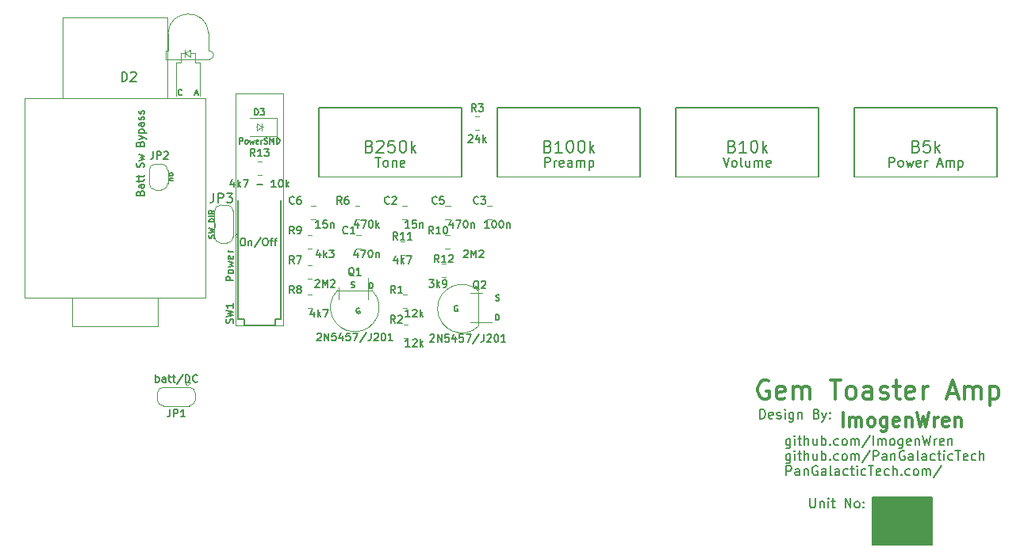
<source format=gbr>
%TF.GenerationSoftware,KiCad,Pcbnew,(6.0.0)*%
%TF.CreationDate,2023-02-02T14:05:37+00:00*%
%TF.ProjectId,GemToasterAmp,47656d54-6f61-4737-9465-72416d702e6b,rev?*%
%TF.SameCoordinates,Original*%
%TF.FileFunction,Legend,Top*%
%TF.FilePolarity,Positive*%
%FSLAX46Y46*%
G04 Gerber Fmt 4.6, Leading zero omitted, Abs format (unit mm)*
G04 Created by KiCad (PCBNEW (6.0.0)) date 2023-02-02 14:05:37*
%MOMM*%
%LPD*%
G01*
G04 APERTURE LIST*
%ADD10C,0.150000*%
%ADD11C,0.300000*%
%ADD12C,0.375000*%
%ADD13C,0.127000*%
%ADD14C,0.120000*%
%ADD15C,0.152400*%
G04 APERTURE END LIST*
D10*
X203835000Y-82550000D02*
X210185000Y-82550000D01*
X210185000Y-82550000D02*
X210185000Y-87630000D01*
X210185000Y-87630000D02*
X203835000Y-87630000D01*
X203835000Y-87630000D02*
X203835000Y-82550000D01*
G36*
X203835000Y-82550000D02*
G01*
X210185000Y-82550000D01*
X210185000Y-87630000D01*
X203835000Y-87630000D01*
X203835000Y-82550000D01*
G37*
X195074166Y-76280714D02*
X195074166Y-77090238D01*
X195026547Y-77185476D01*
X194978928Y-77233095D01*
X194883690Y-77280714D01*
X194740833Y-77280714D01*
X194645595Y-77233095D01*
X195074166Y-76899761D02*
X194978928Y-76947380D01*
X194788452Y-76947380D01*
X194693214Y-76899761D01*
X194645595Y-76852142D01*
X194597976Y-76756904D01*
X194597976Y-76471190D01*
X194645595Y-76375952D01*
X194693214Y-76328333D01*
X194788452Y-76280714D01*
X194978928Y-76280714D01*
X195074166Y-76328333D01*
X195550357Y-76947380D02*
X195550357Y-76280714D01*
X195550357Y-75947380D02*
X195502738Y-75995000D01*
X195550357Y-76042619D01*
X195597976Y-75995000D01*
X195550357Y-75947380D01*
X195550357Y-76042619D01*
X195883690Y-76280714D02*
X196264642Y-76280714D01*
X196026547Y-75947380D02*
X196026547Y-76804523D01*
X196074166Y-76899761D01*
X196169404Y-76947380D01*
X196264642Y-76947380D01*
X196597976Y-76947380D02*
X196597976Y-75947380D01*
X197026547Y-76947380D02*
X197026547Y-76423571D01*
X196978928Y-76328333D01*
X196883690Y-76280714D01*
X196740833Y-76280714D01*
X196645595Y-76328333D01*
X196597976Y-76375952D01*
X197931309Y-76280714D02*
X197931309Y-76947380D01*
X197502738Y-76280714D02*
X197502738Y-76804523D01*
X197550357Y-76899761D01*
X197645595Y-76947380D01*
X197788452Y-76947380D01*
X197883690Y-76899761D01*
X197931309Y-76852142D01*
X198407500Y-76947380D02*
X198407500Y-75947380D01*
X198407500Y-76328333D02*
X198502738Y-76280714D01*
X198693214Y-76280714D01*
X198788452Y-76328333D01*
X198836071Y-76375952D01*
X198883690Y-76471190D01*
X198883690Y-76756904D01*
X198836071Y-76852142D01*
X198788452Y-76899761D01*
X198693214Y-76947380D01*
X198502738Y-76947380D01*
X198407500Y-76899761D01*
X199312261Y-76852142D02*
X199359880Y-76899761D01*
X199312261Y-76947380D01*
X199264642Y-76899761D01*
X199312261Y-76852142D01*
X199312261Y-76947380D01*
X200217023Y-76899761D02*
X200121785Y-76947380D01*
X199931309Y-76947380D01*
X199836071Y-76899761D01*
X199788452Y-76852142D01*
X199740833Y-76756904D01*
X199740833Y-76471190D01*
X199788452Y-76375952D01*
X199836071Y-76328333D01*
X199931309Y-76280714D01*
X200121785Y-76280714D01*
X200217023Y-76328333D01*
X200788452Y-76947380D02*
X200693214Y-76899761D01*
X200645595Y-76852142D01*
X200597976Y-76756904D01*
X200597976Y-76471190D01*
X200645595Y-76375952D01*
X200693214Y-76328333D01*
X200788452Y-76280714D01*
X200931309Y-76280714D01*
X201026547Y-76328333D01*
X201074166Y-76375952D01*
X201121785Y-76471190D01*
X201121785Y-76756904D01*
X201074166Y-76852142D01*
X201026547Y-76899761D01*
X200931309Y-76947380D01*
X200788452Y-76947380D01*
X201550357Y-76947380D02*
X201550357Y-76280714D01*
X201550357Y-76375952D02*
X201597976Y-76328333D01*
X201693214Y-76280714D01*
X201836071Y-76280714D01*
X201931309Y-76328333D01*
X201978928Y-76423571D01*
X201978928Y-76947380D01*
X201978928Y-76423571D02*
X202026547Y-76328333D01*
X202121785Y-76280714D01*
X202264642Y-76280714D01*
X202359880Y-76328333D01*
X202407500Y-76423571D01*
X202407500Y-76947380D01*
X203597976Y-75899761D02*
X202740833Y-77185476D01*
X203931309Y-76947380D02*
X203931309Y-75947380D01*
X204407500Y-76947380D02*
X204407500Y-76280714D01*
X204407500Y-76375952D02*
X204455119Y-76328333D01*
X204550357Y-76280714D01*
X204693214Y-76280714D01*
X204788452Y-76328333D01*
X204836071Y-76423571D01*
X204836071Y-76947380D01*
X204836071Y-76423571D02*
X204883690Y-76328333D01*
X204978928Y-76280714D01*
X205121785Y-76280714D01*
X205217023Y-76328333D01*
X205264642Y-76423571D01*
X205264642Y-76947380D01*
X205883690Y-76947380D02*
X205788452Y-76899761D01*
X205740833Y-76852142D01*
X205693214Y-76756904D01*
X205693214Y-76471190D01*
X205740833Y-76375952D01*
X205788452Y-76328333D01*
X205883690Y-76280714D01*
X206026547Y-76280714D01*
X206121785Y-76328333D01*
X206169404Y-76375952D01*
X206217023Y-76471190D01*
X206217023Y-76756904D01*
X206169404Y-76852142D01*
X206121785Y-76899761D01*
X206026547Y-76947380D01*
X205883690Y-76947380D01*
X207074166Y-76280714D02*
X207074166Y-77090238D01*
X207026547Y-77185476D01*
X206978928Y-77233095D01*
X206883690Y-77280714D01*
X206740833Y-77280714D01*
X206645595Y-77233095D01*
X207074166Y-76899761D02*
X206978928Y-76947380D01*
X206788452Y-76947380D01*
X206693214Y-76899761D01*
X206645595Y-76852142D01*
X206597976Y-76756904D01*
X206597976Y-76471190D01*
X206645595Y-76375952D01*
X206693214Y-76328333D01*
X206788452Y-76280714D01*
X206978928Y-76280714D01*
X207074166Y-76328333D01*
X207931309Y-76899761D02*
X207836071Y-76947380D01*
X207645595Y-76947380D01*
X207550357Y-76899761D01*
X207502738Y-76804523D01*
X207502738Y-76423571D01*
X207550357Y-76328333D01*
X207645595Y-76280714D01*
X207836071Y-76280714D01*
X207931309Y-76328333D01*
X207978928Y-76423571D01*
X207978928Y-76518809D01*
X207502738Y-76614047D01*
X208407500Y-76280714D02*
X208407500Y-76947380D01*
X208407500Y-76375952D02*
X208455119Y-76328333D01*
X208550357Y-76280714D01*
X208693214Y-76280714D01*
X208788452Y-76328333D01*
X208836071Y-76423571D01*
X208836071Y-76947380D01*
X209217023Y-75947380D02*
X209455119Y-76947380D01*
X209645595Y-76233095D01*
X209836071Y-76947380D01*
X210074166Y-75947380D01*
X210455119Y-76947380D02*
X210455119Y-76280714D01*
X210455119Y-76471190D02*
X210502738Y-76375952D01*
X210550357Y-76328333D01*
X210645595Y-76280714D01*
X210740833Y-76280714D01*
X211455119Y-76899761D02*
X211359880Y-76947380D01*
X211169404Y-76947380D01*
X211074166Y-76899761D01*
X211026547Y-76804523D01*
X211026547Y-76423571D01*
X211074166Y-76328333D01*
X211169404Y-76280714D01*
X211359880Y-76280714D01*
X211455119Y-76328333D01*
X211502738Y-76423571D01*
X211502738Y-76518809D01*
X211026547Y-76614047D01*
X211931309Y-76280714D02*
X211931309Y-76947380D01*
X211931309Y-76375952D02*
X211978928Y-76328333D01*
X212074166Y-76280714D01*
X212217023Y-76280714D01*
X212312261Y-76328333D01*
X212359880Y-76423571D01*
X212359880Y-76947380D01*
X195074166Y-77890714D02*
X195074166Y-78700238D01*
X195026547Y-78795476D01*
X194978928Y-78843095D01*
X194883690Y-78890714D01*
X194740833Y-78890714D01*
X194645595Y-78843095D01*
X195074166Y-78509761D02*
X194978928Y-78557380D01*
X194788452Y-78557380D01*
X194693214Y-78509761D01*
X194645595Y-78462142D01*
X194597976Y-78366904D01*
X194597976Y-78081190D01*
X194645595Y-77985952D01*
X194693214Y-77938333D01*
X194788452Y-77890714D01*
X194978928Y-77890714D01*
X195074166Y-77938333D01*
X195550357Y-78557380D02*
X195550357Y-77890714D01*
X195550357Y-77557380D02*
X195502738Y-77605000D01*
X195550357Y-77652619D01*
X195597976Y-77605000D01*
X195550357Y-77557380D01*
X195550357Y-77652619D01*
X195883690Y-77890714D02*
X196264642Y-77890714D01*
X196026547Y-77557380D02*
X196026547Y-78414523D01*
X196074166Y-78509761D01*
X196169404Y-78557380D01*
X196264642Y-78557380D01*
X196597976Y-78557380D02*
X196597976Y-77557380D01*
X197026547Y-78557380D02*
X197026547Y-78033571D01*
X196978928Y-77938333D01*
X196883690Y-77890714D01*
X196740833Y-77890714D01*
X196645595Y-77938333D01*
X196597976Y-77985952D01*
X197931309Y-77890714D02*
X197931309Y-78557380D01*
X197502738Y-77890714D02*
X197502738Y-78414523D01*
X197550357Y-78509761D01*
X197645595Y-78557380D01*
X197788452Y-78557380D01*
X197883690Y-78509761D01*
X197931309Y-78462142D01*
X198407500Y-78557380D02*
X198407500Y-77557380D01*
X198407500Y-77938333D02*
X198502738Y-77890714D01*
X198693214Y-77890714D01*
X198788452Y-77938333D01*
X198836071Y-77985952D01*
X198883690Y-78081190D01*
X198883690Y-78366904D01*
X198836071Y-78462142D01*
X198788452Y-78509761D01*
X198693214Y-78557380D01*
X198502738Y-78557380D01*
X198407500Y-78509761D01*
X199312261Y-78462142D02*
X199359880Y-78509761D01*
X199312261Y-78557380D01*
X199264642Y-78509761D01*
X199312261Y-78462142D01*
X199312261Y-78557380D01*
X200217023Y-78509761D02*
X200121785Y-78557380D01*
X199931309Y-78557380D01*
X199836071Y-78509761D01*
X199788452Y-78462142D01*
X199740833Y-78366904D01*
X199740833Y-78081190D01*
X199788452Y-77985952D01*
X199836071Y-77938333D01*
X199931309Y-77890714D01*
X200121785Y-77890714D01*
X200217023Y-77938333D01*
X200788452Y-78557380D02*
X200693214Y-78509761D01*
X200645595Y-78462142D01*
X200597976Y-78366904D01*
X200597976Y-78081190D01*
X200645595Y-77985952D01*
X200693214Y-77938333D01*
X200788452Y-77890714D01*
X200931309Y-77890714D01*
X201026547Y-77938333D01*
X201074166Y-77985952D01*
X201121785Y-78081190D01*
X201121785Y-78366904D01*
X201074166Y-78462142D01*
X201026547Y-78509761D01*
X200931309Y-78557380D01*
X200788452Y-78557380D01*
X201550357Y-78557380D02*
X201550357Y-77890714D01*
X201550357Y-77985952D02*
X201597976Y-77938333D01*
X201693214Y-77890714D01*
X201836071Y-77890714D01*
X201931309Y-77938333D01*
X201978928Y-78033571D01*
X201978928Y-78557380D01*
X201978928Y-78033571D02*
X202026547Y-77938333D01*
X202121785Y-77890714D01*
X202264642Y-77890714D01*
X202359880Y-77938333D01*
X202407500Y-78033571D01*
X202407500Y-78557380D01*
X203597976Y-77509761D02*
X202740833Y-78795476D01*
X203931309Y-78557380D02*
X203931309Y-77557380D01*
X204312261Y-77557380D01*
X204407500Y-77605000D01*
X204455119Y-77652619D01*
X204502738Y-77747857D01*
X204502738Y-77890714D01*
X204455119Y-77985952D01*
X204407500Y-78033571D01*
X204312261Y-78081190D01*
X203931309Y-78081190D01*
X205359880Y-78557380D02*
X205359880Y-78033571D01*
X205312261Y-77938333D01*
X205217023Y-77890714D01*
X205026547Y-77890714D01*
X204931309Y-77938333D01*
X205359880Y-78509761D02*
X205264642Y-78557380D01*
X205026547Y-78557380D01*
X204931309Y-78509761D01*
X204883690Y-78414523D01*
X204883690Y-78319285D01*
X204931309Y-78224047D01*
X205026547Y-78176428D01*
X205264642Y-78176428D01*
X205359880Y-78128809D01*
X205836071Y-77890714D02*
X205836071Y-78557380D01*
X205836071Y-77985952D02*
X205883690Y-77938333D01*
X205978928Y-77890714D01*
X206121785Y-77890714D01*
X206217023Y-77938333D01*
X206264642Y-78033571D01*
X206264642Y-78557380D01*
X207264642Y-77605000D02*
X207169404Y-77557380D01*
X207026547Y-77557380D01*
X206883690Y-77605000D01*
X206788452Y-77700238D01*
X206740833Y-77795476D01*
X206693214Y-77985952D01*
X206693214Y-78128809D01*
X206740833Y-78319285D01*
X206788452Y-78414523D01*
X206883690Y-78509761D01*
X207026547Y-78557380D01*
X207121785Y-78557380D01*
X207264642Y-78509761D01*
X207312261Y-78462142D01*
X207312261Y-78128809D01*
X207121785Y-78128809D01*
X208169404Y-78557380D02*
X208169404Y-78033571D01*
X208121785Y-77938333D01*
X208026547Y-77890714D01*
X207836071Y-77890714D01*
X207740833Y-77938333D01*
X208169404Y-78509761D02*
X208074166Y-78557380D01*
X207836071Y-78557380D01*
X207740833Y-78509761D01*
X207693214Y-78414523D01*
X207693214Y-78319285D01*
X207740833Y-78224047D01*
X207836071Y-78176428D01*
X208074166Y-78176428D01*
X208169404Y-78128809D01*
X208788452Y-78557380D02*
X208693214Y-78509761D01*
X208645595Y-78414523D01*
X208645595Y-77557380D01*
X209597976Y-78557380D02*
X209597976Y-78033571D01*
X209550357Y-77938333D01*
X209455119Y-77890714D01*
X209264642Y-77890714D01*
X209169404Y-77938333D01*
X209597976Y-78509761D02*
X209502738Y-78557380D01*
X209264642Y-78557380D01*
X209169404Y-78509761D01*
X209121785Y-78414523D01*
X209121785Y-78319285D01*
X209169404Y-78224047D01*
X209264642Y-78176428D01*
X209502738Y-78176428D01*
X209597976Y-78128809D01*
X210502738Y-78509761D02*
X210407500Y-78557380D01*
X210217023Y-78557380D01*
X210121785Y-78509761D01*
X210074166Y-78462142D01*
X210026547Y-78366904D01*
X210026547Y-78081190D01*
X210074166Y-77985952D01*
X210121785Y-77938333D01*
X210217023Y-77890714D01*
X210407500Y-77890714D01*
X210502738Y-77938333D01*
X210788452Y-77890714D02*
X211169404Y-77890714D01*
X210931309Y-77557380D02*
X210931309Y-78414523D01*
X210978928Y-78509761D01*
X211074166Y-78557380D01*
X211169404Y-78557380D01*
X211502738Y-78557380D02*
X211502738Y-77890714D01*
X211502738Y-77557380D02*
X211455119Y-77605000D01*
X211502738Y-77652619D01*
X211550357Y-77605000D01*
X211502738Y-77557380D01*
X211502738Y-77652619D01*
X212407500Y-78509761D02*
X212312261Y-78557380D01*
X212121785Y-78557380D01*
X212026547Y-78509761D01*
X211978928Y-78462142D01*
X211931309Y-78366904D01*
X211931309Y-78081190D01*
X211978928Y-77985952D01*
X212026547Y-77938333D01*
X212121785Y-77890714D01*
X212312261Y-77890714D01*
X212407500Y-77938333D01*
X212693214Y-77557380D02*
X213264642Y-77557380D01*
X212978928Y-78557380D02*
X212978928Y-77557380D01*
X213978928Y-78509761D02*
X213883690Y-78557380D01*
X213693214Y-78557380D01*
X213597976Y-78509761D01*
X213550357Y-78414523D01*
X213550357Y-78033571D01*
X213597976Y-77938333D01*
X213693214Y-77890714D01*
X213883690Y-77890714D01*
X213978928Y-77938333D01*
X214026547Y-78033571D01*
X214026547Y-78128809D01*
X213550357Y-78224047D01*
X214883690Y-78509761D02*
X214788452Y-78557380D01*
X214597976Y-78557380D01*
X214502738Y-78509761D01*
X214455119Y-78462142D01*
X214407500Y-78366904D01*
X214407500Y-78081190D01*
X214455119Y-77985952D01*
X214502738Y-77938333D01*
X214597976Y-77890714D01*
X214788452Y-77890714D01*
X214883690Y-77938333D01*
X215312261Y-78557380D02*
X215312261Y-77557380D01*
X215740833Y-78557380D02*
X215740833Y-78033571D01*
X215693214Y-77938333D01*
X215597976Y-77890714D01*
X215455119Y-77890714D01*
X215359880Y-77938333D01*
X215312261Y-77985952D01*
X194645595Y-80167380D02*
X194645595Y-79167380D01*
X195026547Y-79167380D01*
X195121785Y-79215000D01*
X195169404Y-79262619D01*
X195217023Y-79357857D01*
X195217023Y-79500714D01*
X195169404Y-79595952D01*
X195121785Y-79643571D01*
X195026547Y-79691190D01*
X194645595Y-79691190D01*
X196074166Y-80167380D02*
X196074166Y-79643571D01*
X196026547Y-79548333D01*
X195931309Y-79500714D01*
X195740833Y-79500714D01*
X195645595Y-79548333D01*
X196074166Y-80119761D02*
X195978928Y-80167380D01*
X195740833Y-80167380D01*
X195645595Y-80119761D01*
X195597976Y-80024523D01*
X195597976Y-79929285D01*
X195645595Y-79834047D01*
X195740833Y-79786428D01*
X195978928Y-79786428D01*
X196074166Y-79738809D01*
X196550357Y-79500714D02*
X196550357Y-80167380D01*
X196550357Y-79595952D02*
X196597976Y-79548333D01*
X196693214Y-79500714D01*
X196836071Y-79500714D01*
X196931309Y-79548333D01*
X196978928Y-79643571D01*
X196978928Y-80167380D01*
X197978928Y-79215000D02*
X197883690Y-79167380D01*
X197740833Y-79167380D01*
X197597976Y-79215000D01*
X197502738Y-79310238D01*
X197455119Y-79405476D01*
X197407500Y-79595952D01*
X197407500Y-79738809D01*
X197455119Y-79929285D01*
X197502738Y-80024523D01*
X197597976Y-80119761D01*
X197740833Y-80167380D01*
X197836071Y-80167380D01*
X197978928Y-80119761D01*
X198026547Y-80072142D01*
X198026547Y-79738809D01*
X197836071Y-79738809D01*
X198883690Y-80167380D02*
X198883690Y-79643571D01*
X198836071Y-79548333D01*
X198740833Y-79500714D01*
X198550357Y-79500714D01*
X198455119Y-79548333D01*
X198883690Y-80119761D02*
X198788452Y-80167380D01*
X198550357Y-80167380D01*
X198455119Y-80119761D01*
X198407500Y-80024523D01*
X198407500Y-79929285D01*
X198455119Y-79834047D01*
X198550357Y-79786428D01*
X198788452Y-79786428D01*
X198883690Y-79738809D01*
X199502738Y-80167380D02*
X199407500Y-80119761D01*
X199359880Y-80024523D01*
X199359880Y-79167380D01*
X200312261Y-80167380D02*
X200312261Y-79643571D01*
X200264642Y-79548333D01*
X200169404Y-79500714D01*
X199978928Y-79500714D01*
X199883690Y-79548333D01*
X200312261Y-80119761D02*
X200217023Y-80167380D01*
X199978928Y-80167380D01*
X199883690Y-80119761D01*
X199836071Y-80024523D01*
X199836071Y-79929285D01*
X199883690Y-79834047D01*
X199978928Y-79786428D01*
X200217023Y-79786428D01*
X200312261Y-79738809D01*
X201217023Y-80119761D02*
X201121785Y-80167380D01*
X200931309Y-80167380D01*
X200836071Y-80119761D01*
X200788452Y-80072142D01*
X200740833Y-79976904D01*
X200740833Y-79691190D01*
X200788452Y-79595952D01*
X200836071Y-79548333D01*
X200931309Y-79500714D01*
X201121785Y-79500714D01*
X201217023Y-79548333D01*
X201502738Y-79500714D02*
X201883690Y-79500714D01*
X201645595Y-79167380D02*
X201645595Y-80024523D01*
X201693214Y-80119761D01*
X201788452Y-80167380D01*
X201883690Y-80167380D01*
X202217023Y-80167380D02*
X202217023Y-79500714D01*
X202217023Y-79167380D02*
X202169404Y-79215000D01*
X202217023Y-79262619D01*
X202264642Y-79215000D01*
X202217023Y-79167380D01*
X202217023Y-79262619D01*
X203121785Y-80119761D02*
X203026547Y-80167380D01*
X202836071Y-80167380D01*
X202740833Y-80119761D01*
X202693214Y-80072142D01*
X202645595Y-79976904D01*
X202645595Y-79691190D01*
X202693214Y-79595952D01*
X202740833Y-79548333D01*
X202836071Y-79500714D01*
X203026547Y-79500714D01*
X203121785Y-79548333D01*
X203407500Y-79167380D02*
X203978928Y-79167380D01*
X203693214Y-80167380D02*
X203693214Y-79167380D01*
X204693214Y-80119761D02*
X204597976Y-80167380D01*
X204407500Y-80167380D01*
X204312261Y-80119761D01*
X204264642Y-80024523D01*
X204264642Y-79643571D01*
X204312261Y-79548333D01*
X204407500Y-79500714D01*
X204597976Y-79500714D01*
X204693214Y-79548333D01*
X204740833Y-79643571D01*
X204740833Y-79738809D01*
X204264642Y-79834047D01*
X205597976Y-80119761D02*
X205502738Y-80167380D01*
X205312261Y-80167380D01*
X205217023Y-80119761D01*
X205169404Y-80072142D01*
X205121785Y-79976904D01*
X205121785Y-79691190D01*
X205169404Y-79595952D01*
X205217023Y-79548333D01*
X205312261Y-79500714D01*
X205502738Y-79500714D01*
X205597976Y-79548333D01*
X206026547Y-80167380D02*
X206026547Y-79167380D01*
X206455119Y-80167380D02*
X206455119Y-79643571D01*
X206407500Y-79548333D01*
X206312261Y-79500714D01*
X206169404Y-79500714D01*
X206074166Y-79548333D01*
X206026547Y-79595952D01*
X206931309Y-80072142D02*
X206978928Y-80119761D01*
X206931309Y-80167380D01*
X206883690Y-80119761D01*
X206931309Y-80072142D01*
X206931309Y-80167380D01*
X207836071Y-80119761D02*
X207740833Y-80167380D01*
X207550357Y-80167380D01*
X207455119Y-80119761D01*
X207407500Y-80072142D01*
X207359880Y-79976904D01*
X207359880Y-79691190D01*
X207407500Y-79595952D01*
X207455119Y-79548333D01*
X207550357Y-79500714D01*
X207740833Y-79500714D01*
X207836071Y-79548333D01*
X208407500Y-80167380D02*
X208312261Y-80119761D01*
X208264642Y-80072142D01*
X208217023Y-79976904D01*
X208217023Y-79691190D01*
X208264642Y-79595952D01*
X208312261Y-79548333D01*
X208407500Y-79500714D01*
X208550357Y-79500714D01*
X208645595Y-79548333D01*
X208693214Y-79595952D01*
X208740833Y-79691190D01*
X208740833Y-79976904D01*
X208693214Y-80072142D01*
X208645595Y-80119761D01*
X208550357Y-80167380D01*
X208407500Y-80167380D01*
X209169404Y-80167380D02*
X209169404Y-79500714D01*
X209169404Y-79595952D02*
X209217023Y-79548333D01*
X209312261Y-79500714D01*
X209455119Y-79500714D01*
X209550357Y-79548333D01*
X209597976Y-79643571D01*
X209597976Y-80167380D01*
X209597976Y-79643571D02*
X209645595Y-79548333D01*
X209740833Y-79500714D01*
X209883690Y-79500714D01*
X209978928Y-79548333D01*
X210026547Y-79643571D01*
X210026547Y-80167380D01*
X211217023Y-79119761D02*
X210359880Y-80405476D01*
D11*
X192755714Y-70120000D02*
X192565238Y-70024761D01*
X192279523Y-70024761D01*
X191993809Y-70120000D01*
X191803333Y-70310476D01*
X191708095Y-70500952D01*
X191612857Y-70881904D01*
X191612857Y-71167619D01*
X191708095Y-71548571D01*
X191803333Y-71739047D01*
X191993809Y-71929523D01*
X192279523Y-72024761D01*
X192470000Y-72024761D01*
X192755714Y-71929523D01*
X192850952Y-71834285D01*
X192850952Y-71167619D01*
X192470000Y-71167619D01*
X194470000Y-71929523D02*
X194279523Y-72024761D01*
X193898571Y-72024761D01*
X193708095Y-71929523D01*
X193612857Y-71739047D01*
X193612857Y-70977142D01*
X193708095Y-70786666D01*
X193898571Y-70691428D01*
X194279523Y-70691428D01*
X194470000Y-70786666D01*
X194565238Y-70977142D01*
X194565238Y-71167619D01*
X193612857Y-71358095D01*
X195422380Y-72024761D02*
X195422380Y-70691428D01*
X195422380Y-70881904D02*
X195517619Y-70786666D01*
X195708095Y-70691428D01*
X195993809Y-70691428D01*
X196184285Y-70786666D01*
X196279523Y-70977142D01*
X196279523Y-72024761D01*
X196279523Y-70977142D02*
X196374761Y-70786666D01*
X196565238Y-70691428D01*
X196850952Y-70691428D01*
X197041428Y-70786666D01*
X197136666Y-70977142D01*
X197136666Y-72024761D01*
X199327142Y-70024761D02*
X200470000Y-70024761D01*
X199898571Y-72024761D02*
X199898571Y-70024761D01*
X201422380Y-72024761D02*
X201231904Y-71929523D01*
X201136666Y-71834285D01*
X201041428Y-71643809D01*
X201041428Y-71072380D01*
X201136666Y-70881904D01*
X201231904Y-70786666D01*
X201422380Y-70691428D01*
X201708095Y-70691428D01*
X201898571Y-70786666D01*
X201993809Y-70881904D01*
X202089047Y-71072380D01*
X202089047Y-71643809D01*
X201993809Y-71834285D01*
X201898571Y-71929523D01*
X201708095Y-72024761D01*
X201422380Y-72024761D01*
X203803333Y-72024761D02*
X203803333Y-70977142D01*
X203708095Y-70786666D01*
X203517619Y-70691428D01*
X203136666Y-70691428D01*
X202946190Y-70786666D01*
X203803333Y-71929523D02*
X203612857Y-72024761D01*
X203136666Y-72024761D01*
X202946190Y-71929523D01*
X202850952Y-71739047D01*
X202850952Y-71548571D01*
X202946190Y-71358095D01*
X203136666Y-71262857D01*
X203612857Y-71262857D01*
X203803333Y-71167619D01*
X204660476Y-71929523D02*
X204850952Y-72024761D01*
X205231904Y-72024761D01*
X205422380Y-71929523D01*
X205517619Y-71739047D01*
X205517619Y-71643809D01*
X205422380Y-71453333D01*
X205231904Y-71358095D01*
X204946190Y-71358095D01*
X204755714Y-71262857D01*
X204660476Y-71072380D01*
X204660476Y-70977142D01*
X204755714Y-70786666D01*
X204946190Y-70691428D01*
X205231904Y-70691428D01*
X205422380Y-70786666D01*
X206089047Y-70691428D02*
X206850952Y-70691428D01*
X206374761Y-70024761D02*
X206374761Y-71739047D01*
X206470000Y-71929523D01*
X206660476Y-72024761D01*
X206850952Y-72024761D01*
X208279523Y-71929523D02*
X208089047Y-72024761D01*
X207708095Y-72024761D01*
X207517619Y-71929523D01*
X207422380Y-71739047D01*
X207422380Y-70977142D01*
X207517619Y-70786666D01*
X207708095Y-70691428D01*
X208089047Y-70691428D01*
X208279523Y-70786666D01*
X208374761Y-70977142D01*
X208374761Y-71167619D01*
X207422380Y-71358095D01*
X209231904Y-72024761D02*
X209231904Y-70691428D01*
X209231904Y-71072380D02*
X209327142Y-70881904D01*
X209422380Y-70786666D01*
X209612857Y-70691428D01*
X209803333Y-70691428D01*
X211898571Y-71453333D02*
X212850952Y-71453333D01*
X211708095Y-72024761D02*
X212374761Y-70024761D01*
X213041428Y-72024761D01*
X213708095Y-72024761D02*
X213708095Y-70691428D01*
X213708095Y-70881904D02*
X213803333Y-70786666D01*
X213993809Y-70691428D01*
X214279523Y-70691428D01*
X214470000Y-70786666D01*
X214565238Y-70977142D01*
X214565238Y-72024761D01*
X214565238Y-70977142D02*
X214660476Y-70786666D01*
X214850952Y-70691428D01*
X215136666Y-70691428D01*
X215327142Y-70786666D01*
X215422380Y-70977142D01*
X215422380Y-72024761D01*
X216374761Y-70691428D02*
X216374761Y-72691428D01*
X216374761Y-70786666D02*
X216565238Y-70691428D01*
X216946190Y-70691428D01*
X217136666Y-70786666D01*
X217231904Y-70881904D01*
X217327142Y-71072380D01*
X217327142Y-71643809D01*
X217231904Y-71834285D01*
X217136666Y-71929523D01*
X216946190Y-72024761D01*
X216565238Y-72024761D01*
X216374761Y-71929523D01*
D10*
X197185595Y-82637380D02*
X197185595Y-83446904D01*
X197233214Y-83542142D01*
X197280833Y-83589761D01*
X197376071Y-83637380D01*
X197566547Y-83637380D01*
X197661785Y-83589761D01*
X197709404Y-83542142D01*
X197757023Y-83446904D01*
X197757023Y-82637380D01*
X198233214Y-82970714D02*
X198233214Y-83637380D01*
X198233214Y-83065952D02*
X198280833Y-83018333D01*
X198376071Y-82970714D01*
X198518928Y-82970714D01*
X198614166Y-83018333D01*
X198661785Y-83113571D01*
X198661785Y-83637380D01*
X199137976Y-83637380D02*
X199137976Y-82970714D01*
X199137976Y-82637380D02*
X199090357Y-82685000D01*
X199137976Y-82732619D01*
X199185595Y-82685000D01*
X199137976Y-82637380D01*
X199137976Y-82732619D01*
X199471309Y-82970714D02*
X199852261Y-82970714D01*
X199614166Y-82637380D02*
X199614166Y-83494523D01*
X199661785Y-83589761D01*
X199757023Y-83637380D01*
X199852261Y-83637380D01*
X200947500Y-83637380D02*
X200947500Y-82637380D01*
X201518928Y-83637380D01*
X201518928Y-82637380D01*
X202137976Y-83637380D02*
X202042738Y-83589761D01*
X201995119Y-83542142D01*
X201947500Y-83446904D01*
X201947500Y-83161190D01*
X201995119Y-83065952D01*
X202042738Y-83018333D01*
X202137976Y-82970714D01*
X202280833Y-82970714D01*
X202376071Y-83018333D01*
X202423690Y-83065952D01*
X202471309Y-83161190D01*
X202471309Y-83446904D01*
X202423690Y-83542142D01*
X202376071Y-83589761D01*
X202280833Y-83637380D01*
X202137976Y-83637380D01*
X202899880Y-83542142D02*
X202947500Y-83589761D01*
X202899880Y-83637380D01*
X202852261Y-83589761D01*
X202899880Y-83542142D01*
X202899880Y-83637380D01*
X202899880Y-83018333D02*
X202947500Y-83065952D01*
X202899880Y-83113571D01*
X202852261Y-83065952D01*
X202899880Y-83018333D01*
X202899880Y-83113571D01*
X191841904Y-74112380D02*
X191841904Y-73112380D01*
X192080000Y-73112380D01*
X192222857Y-73160000D01*
X192318095Y-73255238D01*
X192365714Y-73350476D01*
X192413333Y-73540952D01*
X192413333Y-73683809D01*
X192365714Y-73874285D01*
X192318095Y-73969523D01*
X192222857Y-74064761D01*
X192080000Y-74112380D01*
X191841904Y-74112380D01*
X193222857Y-74064761D02*
X193127619Y-74112380D01*
X192937142Y-74112380D01*
X192841904Y-74064761D01*
X192794285Y-73969523D01*
X192794285Y-73588571D01*
X192841904Y-73493333D01*
X192937142Y-73445714D01*
X193127619Y-73445714D01*
X193222857Y-73493333D01*
X193270476Y-73588571D01*
X193270476Y-73683809D01*
X192794285Y-73779047D01*
X193651428Y-74064761D02*
X193746666Y-74112380D01*
X193937142Y-74112380D01*
X194032380Y-74064761D01*
X194080000Y-73969523D01*
X194080000Y-73921904D01*
X194032380Y-73826666D01*
X193937142Y-73779047D01*
X193794285Y-73779047D01*
X193699047Y-73731428D01*
X193651428Y-73636190D01*
X193651428Y-73588571D01*
X193699047Y-73493333D01*
X193794285Y-73445714D01*
X193937142Y-73445714D01*
X194032380Y-73493333D01*
X194508571Y-74112380D02*
X194508571Y-73445714D01*
X194508571Y-73112380D02*
X194460952Y-73160000D01*
X194508571Y-73207619D01*
X194556190Y-73160000D01*
X194508571Y-73112380D01*
X194508571Y-73207619D01*
X195413333Y-73445714D02*
X195413333Y-74255238D01*
X195365714Y-74350476D01*
X195318095Y-74398095D01*
X195222857Y-74445714D01*
X195080000Y-74445714D01*
X194984761Y-74398095D01*
X195413333Y-74064761D02*
X195318095Y-74112380D01*
X195127619Y-74112380D01*
X195032380Y-74064761D01*
X194984761Y-74017142D01*
X194937142Y-73921904D01*
X194937142Y-73636190D01*
X194984761Y-73540952D01*
X195032380Y-73493333D01*
X195127619Y-73445714D01*
X195318095Y-73445714D01*
X195413333Y-73493333D01*
X195889523Y-73445714D02*
X195889523Y-74112380D01*
X195889523Y-73540952D02*
X195937142Y-73493333D01*
X196032380Y-73445714D01*
X196175238Y-73445714D01*
X196270476Y-73493333D01*
X196318095Y-73588571D01*
X196318095Y-74112380D01*
X197889523Y-73588571D02*
X198032380Y-73636190D01*
X198080000Y-73683809D01*
X198127619Y-73779047D01*
X198127619Y-73921904D01*
X198080000Y-74017142D01*
X198032380Y-74064761D01*
X197937142Y-74112380D01*
X197556190Y-74112380D01*
X197556190Y-73112380D01*
X197889523Y-73112380D01*
X197984761Y-73160000D01*
X198032380Y-73207619D01*
X198080000Y-73302857D01*
X198080000Y-73398095D01*
X198032380Y-73493333D01*
X197984761Y-73540952D01*
X197889523Y-73588571D01*
X197556190Y-73588571D01*
X198460952Y-73445714D02*
X198699047Y-74112380D01*
X198937142Y-73445714D02*
X198699047Y-74112380D01*
X198603809Y-74350476D01*
X198556190Y-74398095D01*
X198460952Y-74445714D01*
X199318095Y-74017142D02*
X199365714Y-74064761D01*
X199318095Y-74112380D01*
X199270476Y-74064761D01*
X199318095Y-74017142D01*
X199318095Y-74112380D01*
X199318095Y-73493333D02*
X199365714Y-73540952D01*
X199318095Y-73588571D01*
X199270476Y-73540952D01*
X199318095Y-73493333D01*
X199318095Y-73588571D01*
D12*
X200688571Y-74973571D02*
X200688571Y-73473571D01*
X201402857Y-74973571D02*
X201402857Y-73973571D01*
X201402857Y-74116428D02*
X201474285Y-74045000D01*
X201617142Y-73973571D01*
X201831428Y-73973571D01*
X201974285Y-74045000D01*
X202045714Y-74187857D01*
X202045714Y-74973571D01*
X202045714Y-74187857D02*
X202117142Y-74045000D01*
X202260000Y-73973571D01*
X202474285Y-73973571D01*
X202617142Y-74045000D01*
X202688571Y-74187857D01*
X202688571Y-74973571D01*
X203617142Y-74973571D02*
X203474285Y-74902142D01*
X203402857Y-74830714D01*
X203331428Y-74687857D01*
X203331428Y-74259285D01*
X203402857Y-74116428D01*
X203474285Y-74045000D01*
X203617142Y-73973571D01*
X203831428Y-73973571D01*
X203974285Y-74045000D01*
X204045714Y-74116428D01*
X204117142Y-74259285D01*
X204117142Y-74687857D01*
X204045714Y-74830714D01*
X203974285Y-74902142D01*
X203831428Y-74973571D01*
X203617142Y-74973571D01*
X205402857Y-73973571D02*
X205402857Y-75187857D01*
X205331428Y-75330714D01*
X205260000Y-75402142D01*
X205117142Y-75473571D01*
X204902857Y-75473571D01*
X204760000Y-75402142D01*
X205402857Y-74902142D02*
X205260000Y-74973571D01*
X204974285Y-74973571D01*
X204831428Y-74902142D01*
X204760000Y-74830714D01*
X204688571Y-74687857D01*
X204688571Y-74259285D01*
X204760000Y-74116428D01*
X204831428Y-74045000D01*
X204974285Y-73973571D01*
X205260000Y-73973571D01*
X205402857Y-74045000D01*
X206688571Y-74902142D02*
X206545714Y-74973571D01*
X206260000Y-74973571D01*
X206117142Y-74902142D01*
X206045714Y-74759285D01*
X206045714Y-74187857D01*
X206117142Y-74045000D01*
X206260000Y-73973571D01*
X206545714Y-73973571D01*
X206688571Y-74045000D01*
X206760000Y-74187857D01*
X206760000Y-74330714D01*
X206045714Y-74473571D01*
X207402857Y-73973571D02*
X207402857Y-74973571D01*
X207402857Y-74116428D02*
X207474285Y-74045000D01*
X207617142Y-73973571D01*
X207831428Y-73973571D01*
X207974285Y-74045000D01*
X208045714Y-74187857D01*
X208045714Y-74973571D01*
X208617142Y-73473571D02*
X208974285Y-74973571D01*
X209260000Y-73902142D01*
X209545714Y-74973571D01*
X209902857Y-73473571D01*
X210474285Y-74973571D02*
X210474285Y-73973571D01*
X210474285Y-74259285D02*
X210545714Y-74116428D01*
X210617142Y-74045000D01*
X210760000Y-73973571D01*
X210902857Y-73973571D01*
X211974285Y-74902142D02*
X211831428Y-74973571D01*
X211545714Y-74973571D01*
X211402857Y-74902142D01*
X211331428Y-74759285D01*
X211331428Y-74187857D01*
X211402857Y-74045000D01*
X211545714Y-73973571D01*
X211831428Y-73973571D01*
X211974285Y-74045000D01*
X212045714Y-74187857D01*
X212045714Y-74330714D01*
X211331428Y-74473571D01*
X212688571Y-73973571D02*
X212688571Y-74973571D01*
X212688571Y-74116428D02*
X212760000Y-74045000D01*
X212902857Y-73973571D01*
X213117142Y-73973571D01*
X213260000Y-74045000D01*
X213331428Y-74187857D01*
X213331428Y-74973571D01*
D10*
%TO.C,PT1*%
X169212380Y-44994285D02*
X169393809Y-45054761D01*
X169454285Y-45115238D01*
X169514761Y-45236190D01*
X169514761Y-45417619D01*
X169454285Y-45538571D01*
X169393809Y-45599047D01*
X169272857Y-45659523D01*
X168789047Y-45659523D01*
X168789047Y-44389523D01*
X169212380Y-44389523D01*
X169333333Y-44450000D01*
X169393809Y-44510476D01*
X169454285Y-44631428D01*
X169454285Y-44752380D01*
X169393809Y-44873333D01*
X169333333Y-44933809D01*
X169212380Y-44994285D01*
X168789047Y-44994285D01*
X170724285Y-45659523D02*
X169998571Y-45659523D01*
X170361428Y-45659523D02*
X170361428Y-44389523D01*
X170240476Y-44570952D01*
X170119523Y-44691904D01*
X169998571Y-44752380D01*
X171510476Y-44389523D02*
X171631428Y-44389523D01*
X171752380Y-44450000D01*
X171812857Y-44510476D01*
X171873333Y-44631428D01*
X171933809Y-44873333D01*
X171933809Y-45175714D01*
X171873333Y-45417619D01*
X171812857Y-45538571D01*
X171752380Y-45599047D01*
X171631428Y-45659523D01*
X171510476Y-45659523D01*
X171389523Y-45599047D01*
X171329047Y-45538571D01*
X171268571Y-45417619D01*
X171208095Y-45175714D01*
X171208095Y-44873333D01*
X171268571Y-44631428D01*
X171329047Y-44510476D01*
X171389523Y-44450000D01*
X171510476Y-44389523D01*
X172720000Y-44389523D02*
X172840952Y-44389523D01*
X172961904Y-44450000D01*
X173022380Y-44510476D01*
X173082857Y-44631428D01*
X173143333Y-44873333D01*
X173143333Y-45175714D01*
X173082857Y-45417619D01*
X173022380Y-45538571D01*
X172961904Y-45599047D01*
X172840952Y-45659523D01*
X172720000Y-45659523D01*
X172599047Y-45599047D01*
X172538571Y-45538571D01*
X172478095Y-45417619D01*
X172417619Y-45175714D01*
X172417619Y-44873333D01*
X172478095Y-44631428D01*
X172538571Y-44510476D01*
X172599047Y-44450000D01*
X172720000Y-44389523D01*
X173687619Y-45659523D02*
X173687619Y-44389523D01*
X173808571Y-45175714D02*
X174171428Y-45659523D01*
X174171428Y-44812857D02*
X173687619Y-45296666D01*
X168878571Y-47188380D02*
X168878571Y-46188380D01*
X169259523Y-46188380D01*
X169354761Y-46236000D01*
X169402380Y-46283619D01*
X169450000Y-46378857D01*
X169450000Y-46521714D01*
X169402380Y-46616952D01*
X169354761Y-46664571D01*
X169259523Y-46712190D01*
X168878571Y-46712190D01*
X169878571Y-47188380D02*
X169878571Y-46521714D01*
X169878571Y-46712190D02*
X169926190Y-46616952D01*
X169973809Y-46569333D01*
X170069047Y-46521714D01*
X170164285Y-46521714D01*
X170878571Y-47140761D02*
X170783333Y-47188380D01*
X170592857Y-47188380D01*
X170497619Y-47140761D01*
X170450000Y-47045523D01*
X170450000Y-46664571D01*
X170497619Y-46569333D01*
X170592857Y-46521714D01*
X170783333Y-46521714D01*
X170878571Y-46569333D01*
X170926190Y-46664571D01*
X170926190Y-46759809D01*
X170450000Y-46855047D01*
X171783333Y-47188380D02*
X171783333Y-46664571D01*
X171735714Y-46569333D01*
X171640476Y-46521714D01*
X171450000Y-46521714D01*
X171354761Y-46569333D01*
X171783333Y-47140761D02*
X171688095Y-47188380D01*
X171450000Y-47188380D01*
X171354761Y-47140761D01*
X171307142Y-47045523D01*
X171307142Y-46950285D01*
X171354761Y-46855047D01*
X171450000Y-46807428D01*
X171688095Y-46807428D01*
X171783333Y-46759809D01*
X172259523Y-47188380D02*
X172259523Y-46521714D01*
X172259523Y-46616952D02*
X172307142Y-46569333D01*
X172402380Y-46521714D01*
X172545238Y-46521714D01*
X172640476Y-46569333D01*
X172688095Y-46664571D01*
X172688095Y-47188380D01*
X172688095Y-46664571D02*
X172735714Y-46569333D01*
X172830952Y-46521714D01*
X172973809Y-46521714D01*
X173069047Y-46569333D01*
X173116666Y-46664571D01*
X173116666Y-47188380D01*
X173592857Y-46521714D02*
X173592857Y-47521714D01*
X173592857Y-46569333D02*
X173688095Y-46521714D01*
X173878571Y-46521714D01*
X173973809Y-46569333D01*
X174021428Y-46616952D01*
X174069047Y-46712190D01*
X174069047Y-46997904D01*
X174021428Y-47093142D01*
X173973809Y-47140761D01*
X173878571Y-47188380D01*
X173688095Y-47188380D01*
X173592857Y-47140761D01*
%TO.C,PT3*%
X188867142Y-44994285D02*
X189048571Y-45054761D01*
X189109047Y-45115238D01*
X189169523Y-45236190D01*
X189169523Y-45417619D01*
X189109047Y-45538571D01*
X189048571Y-45599047D01*
X188927619Y-45659523D01*
X188443809Y-45659523D01*
X188443809Y-44389523D01*
X188867142Y-44389523D01*
X188988095Y-44450000D01*
X189048571Y-44510476D01*
X189109047Y-44631428D01*
X189109047Y-44752380D01*
X189048571Y-44873333D01*
X188988095Y-44933809D01*
X188867142Y-44994285D01*
X188443809Y-44994285D01*
X190379047Y-45659523D02*
X189653333Y-45659523D01*
X190016190Y-45659523D02*
X190016190Y-44389523D01*
X189895238Y-44570952D01*
X189774285Y-44691904D01*
X189653333Y-44752380D01*
X191165238Y-44389523D02*
X191286190Y-44389523D01*
X191407142Y-44450000D01*
X191467619Y-44510476D01*
X191528095Y-44631428D01*
X191588571Y-44873333D01*
X191588571Y-45175714D01*
X191528095Y-45417619D01*
X191467619Y-45538571D01*
X191407142Y-45599047D01*
X191286190Y-45659523D01*
X191165238Y-45659523D01*
X191044285Y-45599047D01*
X190983809Y-45538571D01*
X190923333Y-45417619D01*
X190862857Y-45175714D01*
X190862857Y-44873333D01*
X190923333Y-44631428D01*
X190983809Y-44510476D01*
X191044285Y-44450000D01*
X191165238Y-44389523D01*
X192132857Y-45659523D02*
X192132857Y-44389523D01*
X192253809Y-45175714D02*
X192616666Y-45659523D01*
X192616666Y-44812857D02*
X192132857Y-45296666D01*
X187904761Y-46188380D02*
X188238095Y-47188380D01*
X188571428Y-46188380D01*
X189047619Y-47188380D02*
X188952380Y-47140761D01*
X188904761Y-47093142D01*
X188857142Y-46997904D01*
X188857142Y-46712190D01*
X188904761Y-46616952D01*
X188952380Y-46569333D01*
X189047619Y-46521714D01*
X189190476Y-46521714D01*
X189285714Y-46569333D01*
X189333333Y-46616952D01*
X189380952Y-46712190D01*
X189380952Y-46997904D01*
X189333333Y-47093142D01*
X189285714Y-47140761D01*
X189190476Y-47188380D01*
X189047619Y-47188380D01*
X189952380Y-47188380D02*
X189857142Y-47140761D01*
X189809523Y-47045523D01*
X189809523Y-46188380D01*
X190761904Y-46521714D02*
X190761904Y-47188380D01*
X190333333Y-46521714D02*
X190333333Y-47045523D01*
X190380952Y-47140761D01*
X190476190Y-47188380D01*
X190619047Y-47188380D01*
X190714285Y-47140761D01*
X190761904Y-47093142D01*
X191238095Y-47188380D02*
X191238095Y-46521714D01*
X191238095Y-46616952D02*
X191285714Y-46569333D01*
X191380952Y-46521714D01*
X191523809Y-46521714D01*
X191619047Y-46569333D01*
X191666666Y-46664571D01*
X191666666Y-47188380D01*
X191666666Y-46664571D02*
X191714285Y-46569333D01*
X191809523Y-46521714D01*
X191952380Y-46521714D01*
X192047619Y-46569333D01*
X192095238Y-46664571D01*
X192095238Y-47188380D01*
X192952380Y-47140761D02*
X192857142Y-47188380D01*
X192666666Y-47188380D01*
X192571428Y-47140761D01*
X192523809Y-47045523D01*
X192523809Y-46664571D01*
X192571428Y-46569333D01*
X192666666Y-46521714D01*
X192857142Y-46521714D01*
X192952380Y-46569333D01*
X193000000Y-46664571D01*
X193000000Y-46759809D01*
X192523809Y-46855047D01*
%TO.C,PT4*%
X208521904Y-44994285D02*
X208703333Y-45054761D01*
X208763809Y-45115238D01*
X208824285Y-45236190D01*
X208824285Y-45417619D01*
X208763809Y-45538571D01*
X208703333Y-45599047D01*
X208582380Y-45659523D01*
X208098571Y-45659523D01*
X208098571Y-44389523D01*
X208521904Y-44389523D01*
X208642857Y-44450000D01*
X208703333Y-44510476D01*
X208763809Y-44631428D01*
X208763809Y-44752380D01*
X208703333Y-44873333D01*
X208642857Y-44933809D01*
X208521904Y-44994285D01*
X208098571Y-44994285D01*
X209973333Y-44389523D02*
X209368571Y-44389523D01*
X209308095Y-44994285D01*
X209368571Y-44933809D01*
X209489523Y-44873333D01*
X209791904Y-44873333D01*
X209912857Y-44933809D01*
X209973333Y-44994285D01*
X210033809Y-45115238D01*
X210033809Y-45417619D01*
X209973333Y-45538571D01*
X209912857Y-45599047D01*
X209791904Y-45659523D01*
X209489523Y-45659523D01*
X209368571Y-45599047D01*
X209308095Y-45538571D01*
X210578095Y-45659523D02*
X210578095Y-44389523D01*
X210699047Y-45175714D02*
X211061904Y-45659523D01*
X211061904Y-44812857D02*
X210578095Y-45296666D01*
X205645238Y-47188380D02*
X205645238Y-46188380D01*
X206026190Y-46188380D01*
X206121428Y-46236000D01*
X206169047Y-46283619D01*
X206216666Y-46378857D01*
X206216666Y-46521714D01*
X206169047Y-46616952D01*
X206121428Y-46664571D01*
X206026190Y-46712190D01*
X205645238Y-46712190D01*
X206788095Y-47188380D02*
X206692857Y-47140761D01*
X206645238Y-47093142D01*
X206597619Y-46997904D01*
X206597619Y-46712190D01*
X206645238Y-46616952D01*
X206692857Y-46569333D01*
X206788095Y-46521714D01*
X206930952Y-46521714D01*
X207026190Y-46569333D01*
X207073809Y-46616952D01*
X207121428Y-46712190D01*
X207121428Y-46997904D01*
X207073809Y-47093142D01*
X207026190Y-47140761D01*
X206930952Y-47188380D01*
X206788095Y-47188380D01*
X207454761Y-46521714D02*
X207645238Y-47188380D01*
X207835714Y-46712190D01*
X208026190Y-47188380D01*
X208216666Y-46521714D01*
X208978571Y-47140761D02*
X208883333Y-47188380D01*
X208692857Y-47188380D01*
X208597619Y-47140761D01*
X208550000Y-47045523D01*
X208550000Y-46664571D01*
X208597619Y-46569333D01*
X208692857Y-46521714D01*
X208883333Y-46521714D01*
X208978571Y-46569333D01*
X209026190Y-46664571D01*
X209026190Y-46759809D01*
X208550000Y-46855047D01*
X209454761Y-47188380D02*
X209454761Y-46521714D01*
X209454761Y-46712190D02*
X209502380Y-46616952D01*
X209550000Y-46569333D01*
X209645238Y-46521714D01*
X209740476Y-46521714D01*
X210788095Y-46902666D02*
X211264285Y-46902666D01*
X210692857Y-47188380D02*
X211026190Y-46188380D01*
X211359523Y-47188380D01*
X211692857Y-47188380D02*
X211692857Y-46521714D01*
X211692857Y-46616952D02*
X211740476Y-46569333D01*
X211835714Y-46521714D01*
X211978571Y-46521714D01*
X212073809Y-46569333D01*
X212121428Y-46664571D01*
X212121428Y-47188380D01*
X212121428Y-46664571D02*
X212169047Y-46569333D01*
X212264285Y-46521714D01*
X212407142Y-46521714D01*
X212502380Y-46569333D01*
X212550000Y-46664571D01*
X212550000Y-47188380D01*
X213026190Y-46521714D02*
X213026190Y-47521714D01*
X213026190Y-46569333D02*
X213121428Y-46521714D01*
X213311904Y-46521714D01*
X213407142Y-46569333D01*
X213454761Y-46616952D01*
X213502380Y-46712190D01*
X213502380Y-46997904D01*
X213454761Y-47093142D01*
X213407142Y-47140761D01*
X213311904Y-47188380D01*
X213121428Y-47188380D01*
X213026190Y-47140761D01*
%TO.C,PT2*%
X150162380Y-44994285D02*
X150343809Y-45054761D01*
X150404285Y-45115238D01*
X150464761Y-45236190D01*
X150464761Y-45417619D01*
X150404285Y-45538571D01*
X150343809Y-45599047D01*
X150222857Y-45659523D01*
X149739047Y-45659523D01*
X149739047Y-44389523D01*
X150162380Y-44389523D01*
X150283333Y-44450000D01*
X150343809Y-44510476D01*
X150404285Y-44631428D01*
X150404285Y-44752380D01*
X150343809Y-44873333D01*
X150283333Y-44933809D01*
X150162380Y-44994285D01*
X149739047Y-44994285D01*
X150948571Y-44510476D02*
X151009047Y-44450000D01*
X151130000Y-44389523D01*
X151432380Y-44389523D01*
X151553333Y-44450000D01*
X151613809Y-44510476D01*
X151674285Y-44631428D01*
X151674285Y-44752380D01*
X151613809Y-44933809D01*
X150888095Y-45659523D01*
X151674285Y-45659523D01*
X152823333Y-44389523D02*
X152218571Y-44389523D01*
X152158095Y-44994285D01*
X152218571Y-44933809D01*
X152339523Y-44873333D01*
X152641904Y-44873333D01*
X152762857Y-44933809D01*
X152823333Y-44994285D01*
X152883809Y-45115238D01*
X152883809Y-45417619D01*
X152823333Y-45538571D01*
X152762857Y-45599047D01*
X152641904Y-45659523D01*
X152339523Y-45659523D01*
X152218571Y-45599047D01*
X152158095Y-45538571D01*
X153670000Y-44389523D02*
X153790952Y-44389523D01*
X153911904Y-44450000D01*
X153972380Y-44510476D01*
X154032857Y-44631428D01*
X154093333Y-44873333D01*
X154093333Y-45175714D01*
X154032857Y-45417619D01*
X153972380Y-45538571D01*
X153911904Y-45599047D01*
X153790952Y-45659523D01*
X153670000Y-45659523D01*
X153549047Y-45599047D01*
X153488571Y-45538571D01*
X153428095Y-45417619D01*
X153367619Y-45175714D01*
X153367619Y-44873333D01*
X153428095Y-44631428D01*
X153488571Y-44510476D01*
X153549047Y-44450000D01*
X153670000Y-44389523D01*
X154637619Y-45659523D02*
X154637619Y-44389523D01*
X154758571Y-45175714D02*
X155121428Y-45659523D01*
X155121428Y-44812857D02*
X154637619Y-45296666D01*
X150780952Y-46188380D02*
X151352380Y-46188380D01*
X151066666Y-47188380D02*
X151066666Y-46188380D01*
X151828571Y-47188380D02*
X151733333Y-47140761D01*
X151685714Y-47093142D01*
X151638095Y-46997904D01*
X151638095Y-46712190D01*
X151685714Y-46616952D01*
X151733333Y-46569333D01*
X151828571Y-46521714D01*
X151971428Y-46521714D01*
X152066666Y-46569333D01*
X152114285Y-46616952D01*
X152161904Y-46712190D01*
X152161904Y-46997904D01*
X152114285Y-47093142D01*
X152066666Y-47140761D01*
X151971428Y-47188380D01*
X151828571Y-47188380D01*
X152590476Y-46521714D02*
X152590476Y-47188380D01*
X152590476Y-46616952D02*
X152638095Y-46569333D01*
X152733333Y-46521714D01*
X152876190Y-46521714D01*
X152971428Y-46569333D01*
X153019047Y-46664571D01*
X153019047Y-47188380D01*
X153876190Y-47140761D02*
X153780952Y-47188380D01*
X153590476Y-47188380D01*
X153495238Y-47140761D01*
X153447619Y-47045523D01*
X153447619Y-46664571D01*
X153495238Y-46569333D01*
X153590476Y-46521714D01*
X153780952Y-46521714D01*
X153876190Y-46569333D01*
X153923809Y-46664571D01*
X153923809Y-46759809D01*
X153447619Y-46855047D01*
%TO.C,R10*%
X156965714Y-54336904D02*
X156699047Y-53955952D01*
X156508571Y-54336904D02*
X156508571Y-53536904D01*
X156813333Y-53536904D01*
X156889523Y-53575000D01*
X156927619Y-53613095D01*
X156965714Y-53689285D01*
X156965714Y-53803571D01*
X156927619Y-53879761D01*
X156889523Y-53917857D01*
X156813333Y-53955952D01*
X156508571Y-53955952D01*
X157727619Y-54336904D02*
X157270476Y-54336904D01*
X157499047Y-54336904D02*
X157499047Y-53536904D01*
X157422857Y-53651190D01*
X157346666Y-53727380D01*
X157270476Y-53765476D01*
X158222857Y-53536904D02*
X158299047Y-53536904D01*
X158375238Y-53575000D01*
X158413333Y-53613095D01*
X158451428Y-53689285D01*
X158489523Y-53841666D01*
X158489523Y-54032142D01*
X158451428Y-54184523D01*
X158413333Y-54260714D01*
X158375238Y-54298809D01*
X158299047Y-54336904D01*
X158222857Y-54336904D01*
X158146666Y-54298809D01*
X158108571Y-54260714D01*
X158070476Y-54184523D01*
X158032380Y-54032142D01*
X158032380Y-53841666D01*
X158070476Y-53689285D01*
X158108571Y-53613095D01*
X158146666Y-53575000D01*
X158222857Y-53536904D01*
X160223333Y-56153095D02*
X160261428Y-56115000D01*
X160337619Y-56076904D01*
X160528095Y-56076904D01*
X160604285Y-56115000D01*
X160642380Y-56153095D01*
X160680476Y-56229285D01*
X160680476Y-56305476D01*
X160642380Y-56419761D01*
X160185238Y-56876904D01*
X160680476Y-56876904D01*
X161023333Y-56876904D02*
X161023333Y-56076904D01*
X161290000Y-56648333D01*
X161556666Y-56076904D01*
X161556666Y-56876904D01*
X161899523Y-56153095D02*
X161937619Y-56115000D01*
X162013809Y-56076904D01*
X162204285Y-56076904D01*
X162280476Y-56115000D01*
X162318571Y-56153095D01*
X162356666Y-56229285D01*
X162356666Y-56305476D01*
X162318571Y-56419761D01*
X161861428Y-56876904D01*
X162356666Y-56876904D01*
%TO.C,R13*%
X137915714Y-46066904D02*
X137649047Y-45685952D01*
X137458571Y-46066904D02*
X137458571Y-45266904D01*
X137763333Y-45266904D01*
X137839523Y-45305000D01*
X137877619Y-45343095D01*
X137915714Y-45419285D01*
X137915714Y-45533571D01*
X137877619Y-45609761D01*
X137839523Y-45647857D01*
X137763333Y-45685952D01*
X137458571Y-45685952D01*
X138677619Y-46066904D02*
X138220476Y-46066904D01*
X138449047Y-46066904D02*
X138449047Y-45266904D01*
X138372857Y-45381190D01*
X138296666Y-45457380D01*
X138220476Y-45495476D01*
X138944285Y-45266904D02*
X139439523Y-45266904D01*
X139172857Y-45571666D01*
X139287142Y-45571666D01*
X139363333Y-45609761D01*
X139401428Y-45647857D01*
X139439523Y-45724047D01*
X139439523Y-45914523D01*
X139401428Y-45990714D01*
X139363333Y-46028809D01*
X139287142Y-46066904D01*
X139058571Y-46066904D01*
X138982380Y-46028809D01*
X138944285Y-45990714D01*
X135687142Y-48833571D02*
X135687142Y-49366904D01*
X135496666Y-48528809D02*
X135306190Y-49100238D01*
X135801428Y-49100238D01*
X136106190Y-49366904D02*
X136106190Y-48566904D01*
X136182380Y-49062142D02*
X136410952Y-49366904D01*
X136410952Y-48833571D02*
X136106190Y-49138333D01*
X136677619Y-48566904D02*
X137210952Y-48566904D01*
X136868095Y-49366904D01*
X138125238Y-49062142D02*
X138734761Y-49062142D01*
X140144285Y-49366904D02*
X139687142Y-49366904D01*
X139915714Y-49366904D02*
X139915714Y-48566904D01*
X139839523Y-48681190D01*
X139763333Y-48757380D01*
X139687142Y-48795476D01*
X140639523Y-48566904D02*
X140715714Y-48566904D01*
X140791904Y-48605000D01*
X140830000Y-48643095D01*
X140868095Y-48719285D01*
X140906190Y-48871666D01*
X140906190Y-49062142D01*
X140868095Y-49214523D01*
X140830000Y-49290714D01*
X140791904Y-49328809D01*
X140715714Y-49366904D01*
X140639523Y-49366904D01*
X140563333Y-49328809D01*
X140525238Y-49290714D01*
X140487142Y-49214523D01*
X140449047Y-49062142D01*
X140449047Y-48871666D01*
X140487142Y-48719285D01*
X140525238Y-48643095D01*
X140563333Y-48605000D01*
X140639523Y-48566904D01*
X141249047Y-49366904D02*
X141249047Y-48566904D01*
X141325238Y-49062142D02*
X141553809Y-49366904D01*
X141553809Y-48833571D02*
X141249047Y-49138333D01*
%TO.C,R6*%
X147186666Y-51161904D02*
X146920000Y-50780952D01*
X146729523Y-51161904D02*
X146729523Y-50361904D01*
X147034285Y-50361904D01*
X147110476Y-50400000D01*
X147148571Y-50438095D01*
X147186666Y-50514285D01*
X147186666Y-50628571D01*
X147148571Y-50704761D01*
X147110476Y-50742857D01*
X147034285Y-50780952D01*
X146729523Y-50780952D01*
X147872380Y-50361904D02*
X147720000Y-50361904D01*
X147643809Y-50400000D01*
X147605714Y-50438095D01*
X147529523Y-50552380D01*
X147491428Y-50704761D01*
X147491428Y-51009523D01*
X147529523Y-51085714D01*
X147567619Y-51123809D01*
X147643809Y-51161904D01*
X147796190Y-51161904D01*
X147872380Y-51123809D01*
X147910476Y-51085714D01*
X147948571Y-51009523D01*
X147948571Y-50819047D01*
X147910476Y-50742857D01*
X147872380Y-50704761D01*
X147796190Y-50666666D01*
X147643809Y-50666666D01*
X147567619Y-50704761D01*
X147529523Y-50742857D01*
X147491428Y-50819047D01*
X148926666Y-53168571D02*
X148926666Y-53701904D01*
X148736190Y-52863809D02*
X148545714Y-53435238D01*
X149040952Y-53435238D01*
X149269523Y-52901904D02*
X149802857Y-52901904D01*
X149460000Y-53701904D01*
X150260000Y-52901904D02*
X150336190Y-52901904D01*
X150412380Y-52940000D01*
X150450476Y-52978095D01*
X150488571Y-53054285D01*
X150526666Y-53206666D01*
X150526666Y-53397142D01*
X150488571Y-53549523D01*
X150450476Y-53625714D01*
X150412380Y-53663809D01*
X150336190Y-53701904D01*
X150260000Y-53701904D01*
X150183809Y-53663809D01*
X150145714Y-53625714D01*
X150107619Y-53549523D01*
X150069523Y-53397142D01*
X150069523Y-53206666D01*
X150107619Y-53054285D01*
X150145714Y-52978095D01*
X150183809Y-52940000D01*
X150260000Y-52901904D01*
X150869523Y-53701904D02*
X150869523Y-52901904D01*
X150945714Y-53397142D02*
X151174285Y-53701904D01*
X151174285Y-53168571D02*
X150869523Y-53473333D01*
%TO.C,Q2*%
X161848809Y-60255095D02*
X161772619Y-60217000D01*
X161696428Y-60140809D01*
X161582142Y-60026523D01*
X161505952Y-59988428D01*
X161429761Y-59988428D01*
X161467857Y-60178904D02*
X161391666Y-60140809D01*
X161315476Y-60064619D01*
X161277380Y-59912238D01*
X161277380Y-59645571D01*
X161315476Y-59493190D01*
X161391666Y-59417000D01*
X161467857Y-59378904D01*
X161620238Y-59378904D01*
X161696428Y-59417000D01*
X161772619Y-59493190D01*
X161810714Y-59645571D01*
X161810714Y-59912238D01*
X161772619Y-60064619D01*
X161696428Y-60140809D01*
X161620238Y-60178904D01*
X161467857Y-60178904D01*
X162115476Y-59455095D02*
X162153571Y-59417000D01*
X162229761Y-59378904D01*
X162420238Y-59378904D01*
X162496428Y-59417000D01*
X162534523Y-59455095D01*
X162572619Y-59531285D01*
X162572619Y-59607476D01*
X162534523Y-59721761D01*
X162077380Y-60178904D01*
X162572619Y-60178904D01*
X156616904Y-65170095D02*
X156655000Y-65132000D01*
X156731190Y-65093904D01*
X156921666Y-65093904D01*
X156997857Y-65132000D01*
X157035952Y-65170095D01*
X157074047Y-65246285D01*
X157074047Y-65322476D01*
X157035952Y-65436761D01*
X156578809Y-65893904D01*
X157074047Y-65893904D01*
X157416904Y-65893904D02*
X157416904Y-65093904D01*
X157874047Y-65893904D01*
X157874047Y-65093904D01*
X158635952Y-65093904D02*
X158255000Y-65093904D01*
X158216904Y-65474857D01*
X158255000Y-65436761D01*
X158331190Y-65398666D01*
X158521666Y-65398666D01*
X158597857Y-65436761D01*
X158635952Y-65474857D01*
X158674047Y-65551047D01*
X158674047Y-65741523D01*
X158635952Y-65817714D01*
X158597857Y-65855809D01*
X158521666Y-65893904D01*
X158331190Y-65893904D01*
X158255000Y-65855809D01*
X158216904Y-65817714D01*
X159359761Y-65360571D02*
X159359761Y-65893904D01*
X159169285Y-65055809D02*
X158978809Y-65627238D01*
X159474047Y-65627238D01*
X160159761Y-65093904D02*
X159778809Y-65093904D01*
X159740714Y-65474857D01*
X159778809Y-65436761D01*
X159855000Y-65398666D01*
X160045476Y-65398666D01*
X160121666Y-65436761D01*
X160159761Y-65474857D01*
X160197857Y-65551047D01*
X160197857Y-65741523D01*
X160159761Y-65817714D01*
X160121666Y-65855809D01*
X160045476Y-65893904D01*
X159855000Y-65893904D01*
X159778809Y-65855809D01*
X159740714Y-65817714D01*
X160464523Y-65093904D02*
X160997857Y-65093904D01*
X160655000Y-65893904D01*
X161874047Y-65055809D02*
X161188333Y-66084380D01*
X162369285Y-65093904D02*
X162369285Y-65665333D01*
X162331190Y-65779619D01*
X162255000Y-65855809D01*
X162140714Y-65893904D01*
X162064523Y-65893904D01*
X162712142Y-65170095D02*
X162750238Y-65132000D01*
X162826428Y-65093904D01*
X163016904Y-65093904D01*
X163093095Y-65132000D01*
X163131190Y-65170095D01*
X163169285Y-65246285D01*
X163169285Y-65322476D01*
X163131190Y-65436761D01*
X162674047Y-65893904D01*
X163169285Y-65893904D01*
X163664523Y-65093904D02*
X163740714Y-65093904D01*
X163816904Y-65132000D01*
X163855000Y-65170095D01*
X163893095Y-65246285D01*
X163931190Y-65398666D01*
X163931190Y-65589142D01*
X163893095Y-65741523D01*
X163855000Y-65817714D01*
X163816904Y-65855809D01*
X163740714Y-65893904D01*
X163664523Y-65893904D01*
X163588333Y-65855809D01*
X163550238Y-65817714D01*
X163512142Y-65741523D01*
X163474047Y-65589142D01*
X163474047Y-65398666D01*
X163512142Y-65246285D01*
X163550238Y-65170095D01*
X163588333Y-65132000D01*
X163664523Y-65093904D01*
X164693095Y-65893904D02*
X164235952Y-65893904D01*
X164464523Y-65893904D02*
X164464523Y-65093904D01*
X164388333Y-65208190D01*
X164312142Y-65284380D01*
X164235952Y-65322476D01*
X163672857Y-63581428D02*
X163672857Y-62981428D01*
X163815714Y-62981428D01*
X163901428Y-63010000D01*
X163958571Y-63067142D01*
X163987142Y-63124285D01*
X164015714Y-63238571D01*
X164015714Y-63324285D01*
X163987142Y-63438571D01*
X163958571Y-63495714D01*
X163901428Y-63552857D01*
X163815714Y-63581428D01*
X163672857Y-63581428D01*
X159542142Y-62057000D02*
X159485000Y-62028428D01*
X159399285Y-62028428D01*
X159313571Y-62057000D01*
X159256428Y-62114142D01*
X159227857Y-62171285D01*
X159199285Y-62285571D01*
X159199285Y-62371285D01*
X159227857Y-62485571D01*
X159256428Y-62542714D01*
X159313571Y-62599857D01*
X159399285Y-62628428D01*
X159456428Y-62628428D01*
X159542142Y-62599857D01*
X159570714Y-62571285D01*
X159570714Y-62371285D01*
X159456428Y-62371285D01*
X163658571Y-61456857D02*
X163744285Y-61485428D01*
X163887142Y-61485428D01*
X163944285Y-61456857D01*
X163972857Y-61428285D01*
X164001428Y-61371142D01*
X164001428Y-61314000D01*
X163972857Y-61256857D01*
X163944285Y-61228285D01*
X163887142Y-61199714D01*
X163772857Y-61171142D01*
X163715714Y-61142571D01*
X163687142Y-61114000D01*
X163658571Y-61056857D01*
X163658571Y-60999714D01*
X163687142Y-60942571D01*
X163715714Y-60914000D01*
X163772857Y-60885428D01*
X163915714Y-60885428D01*
X164001428Y-60914000D01*
%TO.C,C3*%
X161791666Y-51085714D02*
X161753571Y-51123809D01*
X161639285Y-51161904D01*
X161563095Y-51161904D01*
X161448809Y-51123809D01*
X161372619Y-51047619D01*
X161334523Y-50971428D01*
X161296428Y-50819047D01*
X161296428Y-50704761D01*
X161334523Y-50552380D01*
X161372619Y-50476190D01*
X161448809Y-50400000D01*
X161563095Y-50361904D01*
X161639285Y-50361904D01*
X161753571Y-50400000D01*
X161791666Y-50438095D01*
X162058333Y-50361904D02*
X162553571Y-50361904D01*
X162286904Y-50666666D01*
X162401190Y-50666666D01*
X162477380Y-50704761D01*
X162515476Y-50742857D01*
X162553571Y-50819047D01*
X162553571Y-51009523D01*
X162515476Y-51085714D01*
X162477380Y-51123809D01*
X162401190Y-51161904D01*
X162172619Y-51161904D01*
X162096428Y-51123809D01*
X162058333Y-51085714D01*
X162934761Y-53701904D02*
X162477619Y-53701904D01*
X162706190Y-53701904D02*
X162706190Y-52901904D01*
X162630000Y-53016190D01*
X162553809Y-53092380D01*
X162477619Y-53130476D01*
X163430000Y-52901904D02*
X163506190Y-52901904D01*
X163582380Y-52940000D01*
X163620476Y-52978095D01*
X163658571Y-53054285D01*
X163696666Y-53206666D01*
X163696666Y-53397142D01*
X163658571Y-53549523D01*
X163620476Y-53625714D01*
X163582380Y-53663809D01*
X163506190Y-53701904D01*
X163430000Y-53701904D01*
X163353809Y-53663809D01*
X163315714Y-53625714D01*
X163277619Y-53549523D01*
X163239523Y-53397142D01*
X163239523Y-53206666D01*
X163277619Y-53054285D01*
X163315714Y-52978095D01*
X163353809Y-52940000D01*
X163430000Y-52901904D01*
X164191904Y-52901904D02*
X164268095Y-52901904D01*
X164344285Y-52940000D01*
X164382380Y-52978095D01*
X164420476Y-53054285D01*
X164458571Y-53206666D01*
X164458571Y-53397142D01*
X164420476Y-53549523D01*
X164382380Y-53625714D01*
X164344285Y-53663809D01*
X164268095Y-53701904D01*
X164191904Y-53701904D01*
X164115714Y-53663809D01*
X164077619Y-53625714D01*
X164039523Y-53549523D01*
X164001428Y-53397142D01*
X164001428Y-53206666D01*
X164039523Y-53054285D01*
X164077619Y-52978095D01*
X164115714Y-52940000D01*
X164191904Y-52901904D01*
X164801428Y-53168571D02*
X164801428Y-53701904D01*
X164801428Y-53244761D02*
X164839523Y-53206666D01*
X164915714Y-53168571D01*
X165030000Y-53168571D01*
X165106190Y-53206666D01*
X165144285Y-53282857D01*
X165144285Y-53701904D01*
%TO.C,C1*%
X147821666Y-54260714D02*
X147783571Y-54298809D01*
X147669285Y-54336904D01*
X147593095Y-54336904D01*
X147478809Y-54298809D01*
X147402619Y-54222619D01*
X147364523Y-54146428D01*
X147326428Y-53994047D01*
X147326428Y-53879761D01*
X147364523Y-53727380D01*
X147402619Y-53651190D01*
X147478809Y-53575000D01*
X147593095Y-53536904D01*
X147669285Y-53536904D01*
X147783571Y-53575000D01*
X147821666Y-53613095D01*
X148583571Y-54336904D02*
X148126428Y-54336904D01*
X148355000Y-54336904D02*
X148355000Y-53536904D01*
X148278809Y-53651190D01*
X148202619Y-53727380D01*
X148126428Y-53765476D01*
X148888571Y-56343571D02*
X148888571Y-56876904D01*
X148698095Y-56038809D02*
X148507619Y-56610238D01*
X149002857Y-56610238D01*
X149231428Y-56076904D02*
X149764761Y-56076904D01*
X149421904Y-56876904D01*
X150221904Y-56076904D02*
X150298095Y-56076904D01*
X150374285Y-56115000D01*
X150412380Y-56153095D01*
X150450476Y-56229285D01*
X150488571Y-56381666D01*
X150488571Y-56572142D01*
X150450476Y-56724523D01*
X150412380Y-56800714D01*
X150374285Y-56838809D01*
X150298095Y-56876904D01*
X150221904Y-56876904D01*
X150145714Y-56838809D01*
X150107619Y-56800714D01*
X150069523Y-56724523D01*
X150031428Y-56572142D01*
X150031428Y-56381666D01*
X150069523Y-56229285D01*
X150107619Y-56153095D01*
X150145714Y-56115000D01*
X150221904Y-56076904D01*
X150831428Y-56343571D02*
X150831428Y-56876904D01*
X150831428Y-56419761D02*
X150869523Y-56381666D01*
X150945714Y-56343571D01*
X151060000Y-56343571D01*
X151136190Y-56381666D01*
X151174285Y-56457857D01*
X151174285Y-56876904D01*
%TO.C,Q1*%
X148513809Y-58858095D02*
X148437619Y-58820000D01*
X148361428Y-58743809D01*
X148247142Y-58629523D01*
X148170952Y-58591428D01*
X148094761Y-58591428D01*
X148132857Y-58781904D02*
X148056666Y-58743809D01*
X147980476Y-58667619D01*
X147942380Y-58515238D01*
X147942380Y-58248571D01*
X147980476Y-58096190D01*
X148056666Y-58020000D01*
X148132857Y-57981904D01*
X148285238Y-57981904D01*
X148361428Y-58020000D01*
X148437619Y-58096190D01*
X148475714Y-58248571D01*
X148475714Y-58515238D01*
X148437619Y-58667619D01*
X148361428Y-58743809D01*
X148285238Y-58781904D01*
X148132857Y-58781904D01*
X149237619Y-58781904D02*
X148780476Y-58781904D01*
X149009047Y-58781904D02*
X149009047Y-57981904D01*
X148932857Y-58096190D01*
X148856666Y-58172380D01*
X148780476Y-58210476D01*
X144551904Y-65043095D02*
X144590000Y-65005000D01*
X144666190Y-64966904D01*
X144856666Y-64966904D01*
X144932857Y-65005000D01*
X144970952Y-65043095D01*
X145009047Y-65119285D01*
X145009047Y-65195476D01*
X144970952Y-65309761D01*
X144513809Y-65766904D01*
X145009047Y-65766904D01*
X145351904Y-65766904D02*
X145351904Y-64966904D01*
X145809047Y-65766904D01*
X145809047Y-64966904D01*
X146570952Y-64966904D02*
X146190000Y-64966904D01*
X146151904Y-65347857D01*
X146190000Y-65309761D01*
X146266190Y-65271666D01*
X146456666Y-65271666D01*
X146532857Y-65309761D01*
X146570952Y-65347857D01*
X146609047Y-65424047D01*
X146609047Y-65614523D01*
X146570952Y-65690714D01*
X146532857Y-65728809D01*
X146456666Y-65766904D01*
X146266190Y-65766904D01*
X146190000Y-65728809D01*
X146151904Y-65690714D01*
X147294761Y-65233571D02*
X147294761Y-65766904D01*
X147104285Y-64928809D02*
X146913809Y-65500238D01*
X147409047Y-65500238D01*
X148094761Y-64966904D02*
X147713809Y-64966904D01*
X147675714Y-65347857D01*
X147713809Y-65309761D01*
X147790000Y-65271666D01*
X147980476Y-65271666D01*
X148056666Y-65309761D01*
X148094761Y-65347857D01*
X148132857Y-65424047D01*
X148132857Y-65614523D01*
X148094761Y-65690714D01*
X148056666Y-65728809D01*
X147980476Y-65766904D01*
X147790000Y-65766904D01*
X147713809Y-65728809D01*
X147675714Y-65690714D01*
X148399523Y-64966904D02*
X148932857Y-64966904D01*
X148590000Y-65766904D01*
X149809047Y-64928809D02*
X149123333Y-65957380D01*
X150304285Y-64966904D02*
X150304285Y-65538333D01*
X150266190Y-65652619D01*
X150190000Y-65728809D01*
X150075714Y-65766904D01*
X149999523Y-65766904D01*
X150647142Y-65043095D02*
X150685238Y-65005000D01*
X150761428Y-64966904D01*
X150951904Y-64966904D01*
X151028095Y-65005000D01*
X151066190Y-65043095D01*
X151104285Y-65119285D01*
X151104285Y-65195476D01*
X151066190Y-65309761D01*
X150609047Y-65766904D01*
X151104285Y-65766904D01*
X151599523Y-64966904D02*
X151675714Y-64966904D01*
X151751904Y-65005000D01*
X151790000Y-65043095D01*
X151828095Y-65119285D01*
X151866190Y-65271666D01*
X151866190Y-65462142D01*
X151828095Y-65614523D01*
X151790000Y-65690714D01*
X151751904Y-65728809D01*
X151675714Y-65766904D01*
X151599523Y-65766904D01*
X151523333Y-65728809D01*
X151485238Y-65690714D01*
X151447142Y-65614523D01*
X151409047Y-65462142D01*
X151409047Y-65271666D01*
X151447142Y-65119285D01*
X151485238Y-65043095D01*
X151523333Y-65005000D01*
X151599523Y-64966904D01*
X152628095Y-65766904D02*
X152170952Y-65766904D01*
X152399523Y-65766904D02*
X152399523Y-64966904D01*
X152323333Y-65081190D01*
X152247142Y-65157380D01*
X152170952Y-65195476D01*
X148210831Y-60055017D02*
X148296545Y-60083588D01*
X148439402Y-60083588D01*
X148496545Y-60055017D01*
X148525117Y-60026445D01*
X148553688Y-59969302D01*
X148553688Y-59912160D01*
X148525117Y-59855017D01*
X148496545Y-59826445D01*
X148439402Y-59797874D01*
X148325117Y-59769302D01*
X148267974Y-59740731D01*
X148239402Y-59712160D01*
X148210831Y-59655017D01*
X148210831Y-59597874D01*
X148239402Y-59540731D01*
X148267974Y-59512160D01*
X148325117Y-59483588D01*
X148467974Y-59483588D01*
X148553688Y-59512160D01*
X150168508Y-60186156D02*
X150168508Y-59586156D01*
X150311365Y-59586156D01*
X150397079Y-59614728D01*
X150454222Y-59671870D01*
X150482793Y-59729013D01*
X150511365Y-59843299D01*
X150511365Y-59929013D01*
X150482793Y-60043299D01*
X150454222Y-60100442D01*
X150397079Y-60157585D01*
X150311365Y-60186156D01*
X150168508Y-60186156D01*
X149108828Y-62293083D02*
X149051686Y-62264511D01*
X148965971Y-62264511D01*
X148880257Y-62293083D01*
X148823114Y-62350225D01*
X148794543Y-62407368D01*
X148765971Y-62521654D01*
X148765971Y-62607368D01*
X148794543Y-62721654D01*
X148823114Y-62778797D01*
X148880257Y-62835940D01*
X148965971Y-62864511D01*
X149023114Y-62864511D01*
X149108828Y-62835940D01*
X149137400Y-62807368D01*
X149137400Y-62607368D01*
X149023114Y-62607368D01*
D13*
%TO.C,SW1*%
X135578809Y-63931666D02*
X135616904Y-63817380D01*
X135616904Y-63626904D01*
X135578809Y-63550714D01*
X135540714Y-63512619D01*
X135464523Y-63474523D01*
X135388333Y-63474523D01*
X135312142Y-63512619D01*
X135274047Y-63550714D01*
X135235952Y-63626904D01*
X135197857Y-63779285D01*
X135159761Y-63855476D01*
X135121666Y-63893571D01*
X135045476Y-63931666D01*
X134969285Y-63931666D01*
X134893095Y-63893571D01*
X134855000Y-63855476D01*
X134816904Y-63779285D01*
X134816904Y-63588809D01*
X134855000Y-63474523D01*
X134816904Y-63207857D02*
X135616904Y-63017380D01*
X135045476Y-62865000D01*
X135616904Y-62712619D01*
X134816904Y-62522142D01*
X135616904Y-61798333D02*
X135616904Y-62255476D01*
X135616904Y-62026904D02*
X134816904Y-62026904D01*
X134931190Y-62103095D01*
X135007380Y-62179285D01*
X135045476Y-62255476D01*
D10*
X136569666Y-54806904D02*
X136722047Y-54806904D01*
X136798238Y-54845000D01*
X136874428Y-54921190D01*
X136912523Y-55073571D01*
X136912523Y-55340238D01*
X136874428Y-55492619D01*
X136798238Y-55568809D01*
X136722047Y-55606904D01*
X136569666Y-55606904D01*
X136493476Y-55568809D01*
X136417285Y-55492619D01*
X136379190Y-55340238D01*
X136379190Y-55073571D01*
X136417285Y-54921190D01*
X136493476Y-54845000D01*
X136569666Y-54806904D01*
X137255380Y-55073571D02*
X137255380Y-55606904D01*
X137255380Y-55149761D02*
X137293476Y-55111666D01*
X137369666Y-55073571D01*
X137483952Y-55073571D01*
X137560142Y-55111666D01*
X137598238Y-55187857D01*
X137598238Y-55606904D01*
X138550619Y-54768809D02*
X137864904Y-55797380D01*
X138969666Y-54806904D02*
X139122047Y-54806904D01*
X139198238Y-54845000D01*
X139274428Y-54921190D01*
X139312523Y-55073571D01*
X139312523Y-55340238D01*
X139274428Y-55492619D01*
X139198238Y-55568809D01*
X139122047Y-55606904D01*
X138969666Y-55606904D01*
X138893476Y-55568809D01*
X138817285Y-55492619D01*
X138779190Y-55340238D01*
X138779190Y-55073571D01*
X138817285Y-54921190D01*
X138893476Y-54845000D01*
X138969666Y-54806904D01*
X139541095Y-55073571D02*
X139845857Y-55073571D01*
X139655380Y-55606904D02*
X139655380Y-54921190D01*
X139693476Y-54845000D01*
X139769666Y-54806904D01*
X139845857Y-54806904D01*
X139998238Y-55073571D02*
X140303000Y-55073571D01*
X140112523Y-55606904D02*
X140112523Y-54921190D01*
X140150619Y-54845000D01*
X140226809Y-54806904D01*
X140303000Y-54806904D01*
X135616904Y-59365952D02*
X134816904Y-59365952D01*
X134816904Y-59061190D01*
X134855000Y-58985000D01*
X134893095Y-58946904D01*
X134969285Y-58908809D01*
X135083571Y-58908809D01*
X135159761Y-58946904D01*
X135197857Y-58985000D01*
X135235952Y-59061190D01*
X135235952Y-59365952D01*
X135616904Y-58451666D02*
X135578809Y-58527857D01*
X135540714Y-58565952D01*
X135464523Y-58604047D01*
X135235952Y-58604047D01*
X135159761Y-58565952D01*
X135121666Y-58527857D01*
X135083571Y-58451666D01*
X135083571Y-58337380D01*
X135121666Y-58261190D01*
X135159761Y-58223095D01*
X135235952Y-58185000D01*
X135464523Y-58185000D01*
X135540714Y-58223095D01*
X135578809Y-58261190D01*
X135616904Y-58337380D01*
X135616904Y-58451666D01*
X135083571Y-57918333D02*
X135616904Y-57765952D01*
X135235952Y-57613571D01*
X135616904Y-57461190D01*
X135083571Y-57308809D01*
X135578809Y-56699285D02*
X135616904Y-56775476D01*
X135616904Y-56927857D01*
X135578809Y-57004047D01*
X135502619Y-57042142D01*
X135197857Y-57042142D01*
X135121666Y-57004047D01*
X135083571Y-56927857D01*
X135083571Y-56775476D01*
X135121666Y-56699285D01*
X135197857Y-56661190D01*
X135274047Y-56661190D01*
X135350238Y-57042142D01*
X135616904Y-56318333D02*
X135083571Y-56318333D01*
X135235952Y-56318333D02*
X135159761Y-56280238D01*
X135121666Y-56242142D01*
X135083571Y-56165952D01*
X135083571Y-56089761D01*
%TO.C,R7*%
X142106666Y-57511904D02*
X141840000Y-57130952D01*
X141649523Y-57511904D02*
X141649523Y-56711904D01*
X141954285Y-56711904D01*
X142030476Y-56750000D01*
X142068571Y-56788095D01*
X142106666Y-56864285D01*
X142106666Y-56978571D01*
X142068571Y-57054761D01*
X142030476Y-57092857D01*
X141954285Y-57130952D01*
X141649523Y-57130952D01*
X142373333Y-56711904D02*
X142906666Y-56711904D01*
X142563809Y-57511904D01*
X144348333Y-59328095D02*
X144386428Y-59290000D01*
X144462619Y-59251904D01*
X144653095Y-59251904D01*
X144729285Y-59290000D01*
X144767380Y-59328095D01*
X144805476Y-59404285D01*
X144805476Y-59480476D01*
X144767380Y-59594761D01*
X144310238Y-60051904D01*
X144805476Y-60051904D01*
X145148333Y-60051904D02*
X145148333Y-59251904D01*
X145415000Y-59823333D01*
X145681666Y-59251904D01*
X145681666Y-60051904D01*
X146024523Y-59328095D02*
X146062619Y-59290000D01*
X146138809Y-59251904D01*
X146329285Y-59251904D01*
X146405476Y-59290000D01*
X146443571Y-59328095D01*
X146481666Y-59404285D01*
X146481666Y-59480476D01*
X146443571Y-59594761D01*
X145986428Y-60051904D01*
X146481666Y-60051904D01*
%TO.C,JP2*%
X127095333Y-45550904D02*
X127095333Y-46122333D01*
X127057238Y-46236619D01*
X126981047Y-46312809D01*
X126866761Y-46350904D01*
X126790571Y-46350904D01*
X127476285Y-46350904D02*
X127476285Y-45550904D01*
X127781047Y-45550904D01*
X127857238Y-45589000D01*
X127895333Y-45627095D01*
X127933428Y-45703285D01*
X127933428Y-45817571D01*
X127895333Y-45893761D01*
X127857238Y-45931857D01*
X127781047Y-45969952D01*
X127476285Y-45969952D01*
X128238190Y-45627095D02*
X128276285Y-45589000D01*
X128352476Y-45550904D01*
X128542952Y-45550904D01*
X128619142Y-45589000D01*
X128657238Y-45627095D01*
X128695333Y-45703285D01*
X128695333Y-45779476D01*
X128657238Y-45893761D01*
X128200095Y-46350904D01*
X128695333Y-46350904D01*
X125672857Y-49967619D02*
X125710952Y-49853333D01*
X125749047Y-49815238D01*
X125825238Y-49777142D01*
X125939523Y-49777142D01*
X126015714Y-49815238D01*
X126053809Y-49853333D01*
X126091904Y-49929523D01*
X126091904Y-50234285D01*
X125291904Y-50234285D01*
X125291904Y-49967619D01*
X125330000Y-49891428D01*
X125368095Y-49853333D01*
X125444285Y-49815238D01*
X125520476Y-49815238D01*
X125596666Y-49853333D01*
X125634761Y-49891428D01*
X125672857Y-49967619D01*
X125672857Y-50234285D01*
X126091904Y-49091428D02*
X125672857Y-49091428D01*
X125596666Y-49129523D01*
X125558571Y-49205714D01*
X125558571Y-49358095D01*
X125596666Y-49434285D01*
X126053809Y-49091428D02*
X126091904Y-49167619D01*
X126091904Y-49358095D01*
X126053809Y-49434285D01*
X125977619Y-49472380D01*
X125901428Y-49472380D01*
X125825238Y-49434285D01*
X125787142Y-49358095D01*
X125787142Y-49167619D01*
X125749047Y-49091428D01*
X125558571Y-48824761D02*
X125558571Y-48520000D01*
X125291904Y-48710476D02*
X125977619Y-48710476D01*
X126053809Y-48672380D01*
X126091904Y-48596190D01*
X126091904Y-48520000D01*
X125558571Y-48367619D02*
X125558571Y-48062857D01*
X125291904Y-48253333D02*
X125977619Y-48253333D01*
X126053809Y-48215238D01*
X126091904Y-48139047D01*
X126091904Y-48062857D01*
X126053809Y-47224761D02*
X126091904Y-47110476D01*
X126091904Y-46920000D01*
X126053809Y-46843809D01*
X126015714Y-46805714D01*
X125939523Y-46767619D01*
X125863333Y-46767619D01*
X125787142Y-46805714D01*
X125749047Y-46843809D01*
X125710952Y-46920000D01*
X125672857Y-47072380D01*
X125634761Y-47148571D01*
X125596666Y-47186666D01*
X125520476Y-47224761D01*
X125444285Y-47224761D01*
X125368095Y-47186666D01*
X125330000Y-47148571D01*
X125291904Y-47072380D01*
X125291904Y-46881904D01*
X125330000Y-46767619D01*
X125558571Y-46500952D02*
X126091904Y-46348571D01*
X125710952Y-46196190D01*
X126091904Y-46043809D01*
X125558571Y-45891428D01*
X125672857Y-44710476D02*
X125710952Y-44596190D01*
X125749047Y-44558095D01*
X125825238Y-44520000D01*
X125939523Y-44520000D01*
X126015714Y-44558095D01*
X126053809Y-44596190D01*
X126091904Y-44672380D01*
X126091904Y-44977142D01*
X125291904Y-44977142D01*
X125291904Y-44710476D01*
X125330000Y-44634285D01*
X125368095Y-44596190D01*
X125444285Y-44558095D01*
X125520476Y-44558095D01*
X125596666Y-44596190D01*
X125634761Y-44634285D01*
X125672857Y-44710476D01*
X125672857Y-44977142D01*
X125558571Y-44253333D02*
X126091904Y-44062857D01*
X125558571Y-43872380D02*
X126091904Y-44062857D01*
X126282380Y-44139047D01*
X126320476Y-44177142D01*
X126358571Y-44253333D01*
X125558571Y-43567619D02*
X126358571Y-43567619D01*
X125596666Y-43567619D02*
X125558571Y-43491428D01*
X125558571Y-43339047D01*
X125596666Y-43262857D01*
X125634761Y-43224761D01*
X125710952Y-43186666D01*
X125939523Y-43186666D01*
X126015714Y-43224761D01*
X126053809Y-43262857D01*
X126091904Y-43339047D01*
X126091904Y-43491428D01*
X126053809Y-43567619D01*
X126091904Y-42500952D02*
X125672857Y-42500952D01*
X125596666Y-42539047D01*
X125558571Y-42615238D01*
X125558571Y-42767619D01*
X125596666Y-42843809D01*
X126053809Y-42500952D02*
X126091904Y-42577142D01*
X126091904Y-42767619D01*
X126053809Y-42843809D01*
X125977619Y-42881904D01*
X125901428Y-42881904D01*
X125825238Y-42843809D01*
X125787142Y-42767619D01*
X125787142Y-42577142D01*
X125749047Y-42500952D01*
X126053809Y-42158095D02*
X126091904Y-42081904D01*
X126091904Y-41929523D01*
X126053809Y-41853333D01*
X125977619Y-41815238D01*
X125939523Y-41815238D01*
X125863333Y-41853333D01*
X125825238Y-41929523D01*
X125825238Y-42043809D01*
X125787142Y-42120000D01*
X125710952Y-42158095D01*
X125672857Y-42158095D01*
X125596666Y-42120000D01*
X125558571Y-42043809D01*
X125558571Y-41929523D01*
X125596666Y-41853333D01*
X126053809Y-41510476D02*
X126091904Y-41434285D01*
X126091904Y-41281904D01*
X126053809Y-41205714D01*
X125977619Y-41167619D01*
X125939523Y-41167619D01*
X125863333Y-41205714D01*
X125825238Y-41281904D01*
X125825238Y-41396190D01*
X125787142Y-41472380D01*
X125710952Y-41510476D01*
X125672857Y-41510476D01*
X125596666Y-41472380D01*
X125558571Y-41396190D01*
X125558571Y-41281904D01*
X125596666Y-41205714D01*
X128776428Y-48675000D02*
X129176428Y-48675000D01*
X128833571Y-48675000D02*
X128805000Y-48646428D01*
X128776428Y-48589285D01*
X128776428Y-48503571D01*
X128805000Y-48446428D01*
X128862142Y-48417857D01*
X129176428Y-48417857D01*
X129176428Y-48046428D02*
X129147857Y-48103571D01*
X129119285Y-48132142D01*
X129062142Y-48160714D01*
X128890714Y-48160714D01*
X128833571Y-48132142D01*
X128805000Y-48103571D01*
X128776428Y-48046428D01*
X128776428Y-47960714D01*
X128805000Y-47903571D01*
X128833571Y-47875000D01*
X128890714Y-47846428D01*
X129062142Y-47846428D01*
X129119285Y-47875000D01*
X129147857Y-47903571D01*
X129176428Y-47960714D01*
X129176428Y-48046428D01*
%TO.C,C5*%
X157346666Y-51085714D02*
X157308571Y-51123809D01*
X157194285Y-51161904D01*
X157118095Y-51161904D01*
X157003809Y-51123809D01*
X156927619Y-51047619D01*
X156889523Y-50971428D01*
X156851428Y-50819047D01*
X156851428Y-50704761D01*
X156889523Y-50552380D01*
X156927619Y-50476190D01*
X157003809Y-50400000D01*
X157118095Y-50361904D01*
X157194285Y-50361904D01*
X157308571Y-50400000D01*
X157346666Y-50438095D01*
X158070476Y-50361904D02*
X157689523Y-50361904D01*
X157651428Y-50742857D01*
X157689523Y-50704761D01*
X157765714Y-50666666D01*
X157956190Y-50666666D01*
X158032380Y-50704761D01*
X158070476Y-50742857D01*
X158108571Y-50819047D01*
X158108571Y-51009523D01*
X158070476Y-51085714D01*
X158032380Y-51123809D01*
X157956190Y-51161904D01*
X157765714Y-51161904D01*
X157689523Y-51123809D01*
X157651428Y-51085714D01*
X159048571Y-53168571D02*
X159048571Y-53701904D01*
X158858095Y-52863809D02*
X158667619Y-53435238D01*
X159162857Y-53435238D01*
X159391428Y-52901904D02*
X159924761Y-52901904D01*
X159581904Y-53701904D01*
X160381904Y-52901904D02*
X160458095Y-52901904D01*
X160534285Y-52940000D01*
X160572380Y-52978095D01*
X160610476Y-53054285D01*
X160648571Y-53206666D01*
X160648571Y-53397142D01*
X160610476Y-53549523D01*
X160572380Y-53625714D01*
X160534285Y-53663809D01*
X160458095Y-53701904D01*
X160381904Y-53701904D01*
X160305714Y-53663809D01*
X160267619Y-53625714D01*
X160229523Y-53549523D01*
X160191428Y-53397142D01*
X160191428Y-53206666D01*
X160229523Y-53054285D01*
X160267619Y-52978095D01*
X160305714Y-52940000D01*
X160381904Y-52901904D01*
X160991428Y-53168571D02*
X160991428Y-53701904D01*
X160991428Y-53244761D02*
X161029523Y-53206666D01*
X161105714Y-53168571D01*
X161220000Y-53168571D01*
X161296190Y-53206666D01*
X161334285Y-53282857D01*
X161334285Y-53701904D01*
%TO.C,R9*%
X142106666Y-54336904D02*
X141840000Y-53955952D01*
X141649523Y-54336904D02*
X141649523Y-53536904D01*
X141954285Y-53536904D01*
X142030476Y-53575000D01*
X142068571Y-53613095D01*
X142106666Y-53689285D01*
X142106666Y-53803571D01*
X142068571Y-53879761D01*
X142030476Y-53917857D01*
X141954285Y-53955952D01*
X141649523Y-53955952D01*
X142487619Y-54336904D02*
X142640000Y-54336904D01*
X142716190Y-54298809D01*
X142754285Y-54260714D01*
X142830476Y-54146428D01*
X142868571Y-53994047D01*
X142868571Y-53689285D01*
X142830476Y-53613095D01*
X142792380Y-53575000D01*
X142716190Y-53536904D01*
X142563809Y-53536904D01*
X142487619Y-53575000D01*
X142449523Y-53613095D01*
X142411428Y-53689285D01*
X142411428Y-53879761D01*
X142449523Y-53955952D01*
X142487619Y-53994047D01*
X142563809Y-54032142D01*
X142716190Y-54032142D01*
X142792380Y-53994047D01*
X142830476Y-53955952D01*
X142868571Y-53879761D01*
X144862619Y-56343571D02*
X144862619Y-56876904D01*
X144672142Y-56038809D02*
X144481666Y-56610238D01*
X144976904Y-56610238D01*
X145281666Y-56876904D02*
X145281666Y-56076904D01*
X145357857Y-56572142D02*
X145586428Y-56876904D01*
X145586428Y-56343571D02*
X145281666Y-56648333D01*
X145853095Y-56076904D02*
X146348333Y-56076904D01*
X146081666Y-56381666D01*
X146195952Y-56381666D01*
X146272142Y-56419761D01*
X146310238Y-56457857D01*
X146348333Y-56534047D01*
X146348333Y-56724523D01*
X146310238Y-56800714D01*
X146272142Y-56838809D01*
X146195952Y-56876904D01*
X145967380Y-56876904D01*
X145891190Y-56838809D01*
X145853095Y-56800714D01*
%TO.C,JP3*%
X133513612Y-50013608D02*
X133513612Y-50727894D01*
X133465993Y-50870751D01*
X133370755Y-50965989D01*
X133227898Y-51013608D01*
X133132660Y-51013608D01*
X133989803Y-51013608D02*
X133989803Y-50013608D01*
X134370755Y-50013608D01*
X134465993Y-50061228D01*
X134513612Y-50108847D01*
X134561231Y-50204085D01*
X134561231Y-50346942D01*
X134513612Y-50442180D01*
X134465993Y-50489799D01*
X134370755Y-50537418D01*
X133989803Y-50537418D01*
X134894565Y-50013608D02*
X135513612Y-50013608D01*
X135180279Y-50394561D01*
X135323136Y-50394561D01*
X135418374Y-50442180D01*
X135465993Y-50489799D01*
X135513612Y-50585037D01*
X135513612Y-50823132D01*
X135465993Y-50918370D01*
X135418374Y-50965989D01*
X135323136Y-51013608D01*
X135037422Y-51013608D01*
X134942184Y-50965989D01*
X134894565Y-50918370D01*
X133592857Y-54825714D02*
X133621428Y-54740000D01*
X133621428Y-54597142D01*
X133592857Y-54540000D01*
X133564285Y-54511428D01*
X133507142Y-54482857D01*
X133450000Y-54482857D01*
X133392857Y-54511428D01*
X133364285Y-54540000D01*
X133335714Y-54597142D01*
X133307142Y-54711428D01*
X133278571Y-54768571D01*
X133250000Y-54797142D01*
X133192857Y-54825714D01*
X133135714Y-54825714D01*
X133078571Y-54797142D01*
X133050000Y-54768571D01*
X133021428Y-54711428D01*
X133021428Y-54568571D01*
X133050000Y-54482857D01*
X133021428Y-54282857D02*
X133621428Y-54140000D01*
X133192857Y-54025714D01*
X133621428Y-53911428D01*
X133021428Y-53768571D01*
X133678571Y-53682857D02*
X133678571Y-53225714D01*
X133621428Y-53082857D02*
X133021428Y-53082857D01*
X133021428Y-52940000D01*
X133050000Y-52854285D01*
X133107142Y-52797142D01*
X133164285Y-52768571D01*
X133278571Y-52740000D01*
X133364285Y-52740000D01*
X133478571Y-52768571D01*
X133535714Y-52797142D01*
X133592857Y-52854285D01*
X133621428Y-52940000D01*
X133621428Y-53082857D01*
X133621428Y-52482857D02*
X133021428Y-52482857D01*
X133621428Y-51854285D02*
X133335714Y-52054285D01*
X133621428Y-52197142D02*
X133021428Y-52197142D01*
X133021428Y-51968571D01*
X133050000Y-51911428D01*
X133078571Y-51882857D01*
X133135714Y-51854285D01*
X133221428Y-51854285D01*
X133278571Y-51882857D01*
X133307142Y-51911428D01*
X133335714Y-51968571D01*
X133335714Y-52197142D01*
%TO.C,R12*%
X157569626Y-57383138D02*
X157302959Y-57002186D01*
X157112483Y-57383138D02*
X157112483Y-56583138D01*
X157417245Y-56583138D01*
X157493435Y-56621234D01*
X157531531Y-56659329D01*
X157569626Y-56735519D01*
X157569626Y-56849805D01*
X157531531Y-56925995D01*
X157493435Y-56964091D01*
X157417245Y-57002186D01*
X157112483Y-57002186D01*
X158331531Y-57383138D02*
X157874388Y-57383138D01*
X158102959Y-57383138D02*
X158102959Y-56583138D01*
X158026769Y-56697424D01*
X157950578Y-56773614D01*
X157874388Y-56811710D01*
X158636292Y-56659329D02*
X158674388Y-56621234D01*
X158750578Y-56583138D01*
X158941054Y-56583138D01*
X159017245Y-56621234D01*
X159055340Y-56659329D01*
X159093435Y-56735519D01*
X159093435Y-56811710D01*
X159055340Y-56925995D01*
X158598197Y-57383138D01*
X159093435Y-57383138D01*
X156508571Y-59251904D02*
X157003809Y-59251904D01*
X156737142Y-59556666D01*
X156851428Y-59556666D01*
X156927619Y-59594761D01*
X156965714Y-59632857D01*
X157003809Y-59709047D01*
X157003809Y-59899523D01*
X156965714Y-59975714D01*
X156927619Y-60013809D01*
X156851428Y-60051904D01*
X156622857Y-60051904D01*
X156546666Y-60013809D01*
X156508571Y-59975714D01*
X157346666Y-60051904D02*
X157346666Y-59251904D01*
X157422857Y-59747142D02*
X157651428Y-60051904D01*
X157651428Y-59518571D02*
X157346666Y-59823333D01*
X158032380Y-60051904D02*
X158184761Y-60051904D01*
X158260952Y-60013809D01*
X158299047Y-59975714D01*
X158375238Y-59861428D01*
X158413333Y-59709047D01*
X158413333Y-59404285D01*
X158375238Y-59328095D01*
X158337142Y-59290000D01*
X158260952Y-59251904D01*
X158108571Y-59251904D01*
X158032380Y-59290000D01*
X157994285Y-59328095D01*
X157956190Y-59404285D01*
X157956190Y-59594761D01*
X157994285Y-59670952D01*
X158032380Y-59709047D01*
X158108571Y-59747142D01*
X158260952Y-59747142D01*
X158337142Y-59709047D01*
X158375238Y-59670952D01*
X158413333Y-59594761D01*
%TO.C,JP1*%
X128873333Y-73116904D02*
X128873333Y-73688333D01*
X128835238Y-73802619D01*
X128759047Y-73878809D01*
X128644761Y-73916904D01*
X128568571Y-73916904D01*
X129254285Y-73916904D02*
X129254285Y-73116904D01*
X129559047Y-73116904D01*
X129635238Y-73155000D01*
X129673333Y-73193095D01*
X129711428Y-73269285D01*
X129711428Y-73383571D01*
X129673333Y-73459761D01*
X129635238Y-73497857D01*
X129559047Y-73535952D01*
X129254285Y-73535952D01*
X130473333Y-73916904D02*
X130016190Y-73916904D01*
X130244761Y-73916904D02*
X130244761Y-73116904D01*
X130168571Y-73231190D01*
X130092380Y-73307380D01*
X130016190Y-73345476D01*
X127330476Y-70216904D02*
X127330476Y-69416904D01*
X127330476Y-69721666D02*
X127406666Y-69683571D01*
X127559047Y-69683571D01*
X127635238Y-69721666D01*
X127673333Y-69759761D01*
X127711428Y-69835952D01*
X127711428Y-70064523D01*
X127673333Y-70140714D01*
X127635238Y-70178809D01*
X127559047Y-70216904D01*
X127406666Y-70216904D01*
X127330476Y-70178809D01*
X128397142Y-70216904D02*
X128397142Y-69797857D01*
X128359047Y-69721666D01*
X128282857Y-69683571D01*
X128130476Y-69683571D01*
X128054285Y-69721666D01*
X128397142Y-70178809D02*
X128320952Y-70216904D01*
X128130476Y-70216904D01*
X128054285Y-70178809D01*
X128016190Y-70102619D01*
X128016190Y-70026428D01*
X128054285Y-69950238D01*
X128130476Y-69912142D01*
X128320952Y-69912142D01*
X128397142Y-69874047D01*
X128663809Y-69683571D02*
X128968571Y-69683571D01*
X128778095Y-69416904D02*
X128778095Y-70102619D01*
X128816190Y-70178809D01*
X128892380Y-70216904D01*
X128968571Y-70216904D01*
X129120952Y-69683571D02*
X129425714Y-69683571D01*
X129235238Y-69416904D02*
X129235238Y-70102619D01*
X129273333Y-70178809D01*
X129349523Y-70216904D01*
X129425714Y-70216904D01*
X130263809Y-69378809D02*
X129578095Y-70407380D01*
X130530476Y-70216904D02*
X130530476Y-69416904D01*
X130720952Y-69416904D01*
X130835238Y-69455000D01*
X130911428Y-69531190D01*
X130949523Y-69607380D01*
X130987619Y-69759761D01*
X130987619Y-69874047D01*
X130949523Y-70026428D01*
X130911428Y-70102619D01*
X130835238Y-70178809D01*
X130720952Y-70216904D01*
X130530476Y-70216904D01*
X131787619Y-70140714D02*
X131749523Y-70178809D01*
X131635238Y-70216904D01*
X131559047Y-70216904D01*
X131444761Y-70178809D01*
X131368571Y-70102619D01*
X131330476Y-70026428D01*
X131292380Y-69874047D01*
X131292380Y-69759761D01*
X131330476Y-69607380D01*
X131368571Y-69531190D01*
X131444761Y-69455000D01*
X131559047Y-69416904D01*
X131635238Y-69416904D01*
X131749523Y-69455000D01*
X131787619Y-69493095D01*
%TO.C,R11*%
X153155714Y-54971904D02*
X152889047Y-54590952D01*
X152698571Y-54971904D02*
X152698571Y-54171904D01*
X153003333Y-54171904D01*
X153079523Y-54210000D01*
X153117619Y-54248095D01*
X153155714Y-54324285D01*
X153155714Y-54438571D01*
X153117619Y-54514761D01*
X153079523Y-54552857D01*
X153003333Y-54590952D01*
X152698571Y-54590952D01*
X153917619Y-54971904D02*
X153460476Y-54971904D01*
X153689047Y-54971904D02*
X153689047Y-54171904D01*
X153612857Y-54286190D01*
X153536666Y-54362380D01*
X153460476Y-54400476D01*
X154679523Y-54971904D02*
X154222380Y-54971904D01*
X154450952Y-54971904D02*
X154450952Y-54171904D01*
X154374761Y-54286190D01*
X154298571Y-54362380D01*
X154222380Y-54400476D01*
X153117619Y-56978571D02*
X153117619Y-57511904D01*
X152927142Y-56673809D02*
X152736666Y-57245238D01*
X153231904Y-57245238D01*
X153536666Y-57511904D02*
X153536666Y-56711904D01*
X153612857Y-57207142D02*
X153841428Y-57511904D01*
X153841428Y-56978571D02*
X153536666Y-57283333D01*
X154108095Y-56711904D02*
X154641428Y-56711904D01*
X154298571Y-57511904D01*
%TO.C,R2*%
X152901666Y-63861904D02*
X152635000Y-63480952D01*
X152444523Y-63861904D02*
X152444523Y-63061904D01*
X152749285Y-63061904D01*
X152825476Y-63100000D01*
X152863571Y-63138095D01*
X152901666Y-63214285D01*
X152901666Y-63328571D01*
X152863571Y-63404761D01*
X152825476Y-63442857D01*
X152749285Y-63480952D01*
X152444523Y-63480952D01*
X153206428Y-63138095D02*
X153244523Y-63100000D01*
X153320714Y-63061904D01*
X153511190Y-63061904D01*
X153587380Y-63100000D01*
X153625476Y-63138095D01*
X153663571Y-63214285D01*
X153663571Y-63290476D01*
X153625476Y-63404761D01*
X153168333Y-63861904D01*
X153663571Y-63861904D01*
X154463809Y-66401904D02*
X154006666Y-66401904D01*
X154235238Y-66401904D02*
X154235238Y-65601904D01*
X154159047Y-65716190D01*
X154082857Y-65792380D01*
X154006666Y-65830476D01*
X154768571Y-65678095D02*
X154806666Y-65640000D01*
X154882857Y-65601904D01*
X155073333Y-65601904D01*
X155149523Y-65640000D01*
X155187619Y-65678095D01*
X155225714Y-65754285D01*
X155225714Y-65830476D01*
X155187619Y-65944761D01*
X154730476Y-66401904D01*
X155225714Y-66401904D01*
X155568571Y-66401904D02*
X155568571Y-65601904D01*
X155644761Y-66097142D02*
X155873333Y-66401904D01*
X155873333Y-65868571D02*
X155568571Y-66173333D01*
%TO.C,D2*%
X123721904Y-38044380D02*
X123721904Y-37044380D01*
X123960000Y-37044380D01*
X124102857Y-37092000D01*
X124198095Y-37187238D01*
X124245714Y-37282476D01*
X124293333Y-37472952D01*
X124293333Y-37615809D01*
X124245714Y-37806285D01*
X124198095Y-37901523D01*
X124102857Y-37996761D01*
X123960000Y-38044380D01*
X123721904Y-38044380D01*
X124674285Y-37139619D02*
X124721904Y-37092000D01*
X124817142Y-37044380D01*
X125055238Y-37044380D01*
X125150476Y-37092000D01*
X125198095Y-37139619D01*
X125245714Y-37234857D01*
X125245714Y-37330095D01*
X125198095Y-37472952D01*
X124626666Y-38044380D01*
X125245714Y-38044380D01*
X131556142Y-39343000D02*
X131841857Y-39343000D01*
X131499000Y-39514428D02*
X131699000Y-38914428D01*
X131899000Y-39514428D01*
X130106714Y-39457285D02*
X130078142Y-39485857D01*
X129992428Y-39514428D01*
X129935285Y-39514428D01*
X129849571Y-39485857D01*
X129792428Y-39428714D01*
X129763857Y-39371571D01*
X129735285Y-39257285D01*
X129735285Y-39171571D01*
X129763857Y-39057285D01*
X129792428Y-39000142D01*
X129849571Y-38943000D01*
X129935285Y-38914428D01*
X129992428Y-38914428D01*
X130078142Y-38943000D01*
X130106714Y-38971571D01*
%TO.C,D3*%
X137879856Y-41662476D02*
X137879856Y-40962476D01*
X138046523Y-40962476D01*
X138146523Y-40995810D01*
X138213189Y-41062476D01*
X138246523Y-41129143D01*
X138279856Y-41262476D01*
X138279856Y-41362476D01*
X138246523Y-41495810D01*
X138213189Y-41562476D01*
X138146523Y-41629143D01*
X138046523Y-41662476D01*
X137879856Y-41662476D01*
X138513189Y-40962476D02*
X138946523Y-40962476D01*
X138713189Y-41229143D01*
X138813189Y-41229143D01*
X138879856Y-41262476D01*
X138913189Y-41295810D01*
X138946523Y-41362476D01*
X138946523Y-41529143D01*
X138913189Y-41595810D01*
X138879856Y-41629143D01*
X138813189Y-41662476D01*
X138613189Y-41662476D01*
X138546523Y-41629143D01*
X138513189Y-41595810D01*
X136315714Y-44721428D02*
X136315714Y-44121428D01*
X136544285Y-44121428D01*
X136601428Y-44150000D01*
X136630000Y-44178571D01*
X136658571Y-44235714D01*
X136658571Y-44321428D01*
X136630000Y-44378571D01*
X136601428Y-44407142D01*
X136544285Y-44435714D01*
X136315714Y-44435714D01*
X137001428Y-44721428D02*
X136944285Y-44692857D01*
X136915714Y-44664285D01*
X136887142Y-44607142D01*
X136887142Y-44435714D01*
X136915714Y-44378571D01*
X136944285Y-44350000D01*
X137001428Y-44321428D01*
X137087142Y-44321428D01*
X137144285Y-44350000D01*
X137172857Y-44378571D01*
X137201428Y-44435714D01*
X137201428Y-44607142D01*
X137172857Y-44664285D01*
X137144285Y-44692857D01*
X137087142Y-44721428D01*
X137001428Y-44721428D01*
X137401428Y-44321428D02*
X137515714Y-44721428D01*
X137630000Y-44435714D01*
X137744285Y-44721428D01*
X137858571Y-44321428D01*
X138315714Y-44692857D02*
X138258571Y-44721428D01*
X138144285Y-44721428D01*
X138087142Y-44692857D01*
X138058571Y-44635714D01*
X138058571Y-44407142D01*
X138087142Y-44350000D01*
X138144285Y-44321428D01*
X138258571Y-44321428D01*
X138315714Y-44350000D01*
X138344285Y-44407142D01*
X138344285Y-44464285D01*
X138058571Y-44521428D01*
X138601428Y-44721428D02*
X138601428Y-44321428D01*
X138601428Y-44435714D02*
X138630000Y-44378571D01*
X138658571Y-44350000D01*
X138715714Y-44321428D01*
X138772857Y-44321428D01*
X138944285Y-44692857D02*
X139030000Y-44721428D01*
X139172857Y-44721428D01*
X139230000Y-44692857D01*
X139258571Y-44664285D01*
X139287142Y-44607142D01*
X139287142Y-44550000D01*
X139258571Y-44492857D01*
X139230000Y-44464285D01*
X139172857Y-44435714D01*
X139058571Y-44407142D01*
X139001428Y-44378571D01*
X138972857Y-44350000D01*
X138944285Y-44292857D01*
X138944285Y-44235714D01*
X138972857Y-44178571D01*
X139001428Y-44150000D01*
X139058571Y-44121428D01*
X139201428Y-44121428D01*
X139287142Y-44150000D01*
X139544285Y-44721428D02*
X139544285Y-44121428D01*
X139744285Y-44550000D01*
X139944285Y-44121428D01*
X139944285Y-44721428D01*
X140230000Y-44721428D02*
X140230000Y-44121428D01*
X140372857Y-44121428D01*
X140458571Y-44150000D01*
X140515714Y-44207142D01*
X140544285Y-44264285D01*
X140572857Y-44378571D01*
X140572857Y-44464285D01*
X140544285Y-44578571D01*
X140515714Y-44635714D01*
X140458571Y-44692857D01*
X140372857Y-44721428D01*
X140230000Y-44721428D01*
%TO.C,C2*%
X152266666Y-51085714D02*
X152228571Y-51123809D01*
X152114285Y-51161904D01*
X152038095Y-51161904D01*
X151923809Y-51123809D01*
X151847619Y-51047619D01*
X151809523Y-50971428D01*
X151771428Y-50819047D01*
X151771428Y-50704761D01*
X151809523Y-50552380D01*
X151847619Y-50476190D01*
X151923809Y-50400000D01*
X152038095Y-50361904D01*
X152114285Y-50361904D01*
X152228571Y-50400000D01*
X152266666Y-50438095D01*
X152571428Y-50438095D02*
X152609523Y-50400000D01*
X152685714Y-50361904D01*
X152876190Y-50361904D01*
X152952380Y-50400000D01*
X152990476Y-50438095D01*
X153028571Y-50514285D01*
X153028571Y-50590476D01*
X152990476Y-50704761D01*
X152533333Y-51161904D01*
X153028571Y-51161904D01*
X154425714Y-53701904D02*
X153968571Y-53701904D01*
X154197142Y-53701904D02*
X154197142Y-52901904D01*
X154120952Y-53016190D01*
X154044761Y-53092380D01*
X153968571Y-53130476D01*
X155149523Y-52901904D02*
X154768571Y-52901904D01*
X154730476Y-53282857D01*
X154768571Y-53244761D01*
X154844761Y-53206666D01*
X155035238Y-53206666D01*
X155111428Y-53244761D01*
X155149523Y-53282857D01*
X155187619Y-53359047D01*
X155187619Y-53549523D01*
X155149523Y-53625714D01*
X155111428Y-53663809D01*
X155035238Y-53701904D01*
X154844761Y-53701904D01*
X154768571Y-53663809D01*
X154730476Y-53625714D01*
X155530476Y-53168571D02*
X155530476Y-53701904D01*
X155530476Y-53244761D02*
X155568571Y-53206666D01*
X155644761Y-53168571D01*
X155759047Y-53168571D01*
X155835238Y-53206666D01*
X155873333Y-53282857D01*
X155873333Y-53701904D01*
%TO.C,R8*%
X142106666Y-60686904D02*
X141840000Y-60305952D01*
X141649523Y-60686904D02*
X141649523Y-59886904D01*
X141954285Y-59886904D01*
X142030476Y-59925000D01*
X142068571Y-59963095D01*
X142106666Y-60039285D01*
X142106666Y-60153571D01*
X142068571Y-60229761D01*
X142030476Y-60267857D01*
X141954285Y-60305952D01*
X141649523Y-60305952D01*
X142563809Y-60229761D02*
X142487619Y-60191666D01*
X142449523Y-60153571D01*
X142411428Y-60077380D01*
X142411428Y-60039285D01*
X142449523Y-59963095D01*
X142487619Y-59925000D01*
X142563809Y-59886904D01*
X142716190Y-59886904D01*
X142792380Y-59925000D01*
X142830476Y-59963095D01*
X142868571Y-60039285D01*
X142868571Y-60077380D01*
X142830476Y-60153571D01*
X142792380Y-60191666D01*
X142716190Y-60229761D01*
X142563809Y-60229761D01*
X142487619Y-60267857D01*
X142449523Y-60305952D01*
X142411428Y-60382142D01*
X142411428Y-60534523D01*
X142449523Y-60610714D01*
X142487619Y-60648809D01*
X142563809Y-60686904D01*
X142716190Y-60686904D01*
X142792380Y-60648809D01*
X142830476Y-60610714D01*
X142868571Y-60534523D01*
X142868571Y-60382142D01*
X142830476Y-60305952D01*
X142792380Y-60267857D01*
X142716190Y-60229761D01*
X144227619Y-62693571D02*
X144227619Y-63226904D01*
X144037142Y-62388809D02*
X143846666Y-62960238D01*
X144341904Y-62960238D01*
X144646666Y-63226904D02*
X144646666Y-62426904D01*
X144722857Y-62922142D02*
X144951428Y-63226904D01*
X144951428Y-62693571D02*
X144646666Y-62998333D01*
X145218095Y-62426904D02*
X145751428Y-62426904D01*
X145408571Y-63226904D01*
%TO.C,R1*%
X152901666Y-60686904D02*
X152635000Y-60305952D01*
X152444523Y-60686904D02*
X152444523Y-59886904D01*
X152749285Y-59886904D01*
X152825476Y-59925000D01*
X152863571Y-59963095D01*
X152901666Y-60039285D01*
X152901666Y-60153571D01*
X152863571Y-60229761D01*
X152825476Y-60267857D01*
X152749285Y-60305952D01*
X152444523Y-60305952D01*
X153663571Y-60686904D02*
X153206428Y-60686904D01*
X153435000Y-60686904D02*
X153435000Y-59886904D01*
X153358809Y-60001190D01*
X153282619Y-60077380D01*
X153206428Y-60115476D01*
X154463809Y-63226904D02*
X154006666Y-63226904D01*
X154235238Y-63226904D02*
X154235238Y-62426904D01*
X154159047Y-62541190D01*
X154082857Y-62617380D01*
X154006666Y-62655476D01*
X154768571Y-62503095D02*
X154806666Y-62465000D01*
X154882857Y-62426904D01*
X155073333Y-62426904D01*
X155149523Y-62465000D01*
X155187619Y-62503095D01*
X155225714Y-62579285D01*
X155225714Y-62655476D01*
X155187619Y-62769761D01*
X154730476Y-63226904D01*
X155225714Y-63226904D01*
X155568571Y-63226904D02*
X155568571Y-62426904D01*
X155644761Y-62922142D02*
X155873333Y-63226904D01*
X155873333Y-62693571D02*
X155568571Y-62998333D01*
%TO.C,C6*%
X142106666Y-51085714D02*
X142068571Y-51123809D01*
X141954285Y-51161904D01*
X141878095Y-51161904D01*
X141763809Y-51123809D01*
X141687619Y-51047619D01*
X141649523Y-50971428D01*
X141611428Y-50819047D01*
X141611428Y-50704761D01*
X141649523Y-50552380D01*
X141687619Y-50476190D01*
X141763809Y-50400000D01*
X141878095Y-50361904D01*
X141954285Y-50361904D01*
X142068571Y-50400000D01*
X142106666Y-50438095D01*
X142792380Y-50361904D02*
X142640000Y-50361904D01*
X142563809Y-50400000D01*
X142525714Y-50438095D01*
X142449523Y-50552380D01*
X142411428Y-50704761D01*
X142411428Y-51009523D01*
X142449523Y-51085714D01*
X142487619Y-51123809D01*
X142563809Y-51161904D01*
X142716190Y-51161904D01*
X142792380Y-51123809D01*
X142830476Y-51085714D01*
X142868571Y-51009523D01*
X142868571Y-50819047D01*
X142830476Y-50742857D01*
X142792380Y-50704761D01*
X142716190Y-50666666D01*
X142563809Y-50666666D01*
X142487619Y-50704761D01*
X142449523Y-50742857D01*
X142411428Y-50819047D01*
X144900714Y-53701904D02*
X144443571Y-53701904D01*
X144672142Y-53701904D02*
X144672142Y-52901904D01*
X144595952Y-53016190D01*
X144519761Y-53092380D01*
X144443571Y-53130476D01*
X145624523Y-52901904D02*
X145243571Y-52901904D01*
X145205476Y-53282857D01*
X145243571Y-53244761D01*
X145319761Y-53206666D01*
X145510238Y-53206666D01*
X145586428Y-53244761D01*
X145624523Y-53282857D01*
X145662619Y-53359047D01*
X145662619Y-53549523D01*
X145624523Y-53625714D01*
X145586428Y-53663809D01*
X145510238Y-53701904D01*
X145319761Y-53701904D01*
X145243571Y-53663809D01*
X145205476Y-53625714D01*
X146005476Y-53168571D02*
X146005476Y-53701904D01*
X146005476Y-53244761D02*
X146043571Y-53206666D01*
X146119761Y-53168571D01*
X146234047Y-53168571D01*
X146310238Y-53206666D01*
X146348333Y-53282857D01*
X146348333Y-53701904D01*
%TO.C,R3*%
X161521666Y-41256904D02*
X161255000Y-40875952D01*
X161064523Y-41256904D02*
X161064523Y-40456904D01*
X161369285Y-40456904D01*
X161445476Y-40495000D01*
X161483571Y-40533095D01*
X161521666Y-40609285D01*
X161521666Y-40723571D01*
X161483571Y-40799761D01*
X161445476Y-40837857D01*
X161369285Y-40875952D01*
X161064523Y-40875952D01*
X161788333Y-40456904D02*
X162283571Y-40456904D01*
X162016904Y-40761666D01*
X162131190Y-40761666D01*
X162207380Y-40799761D01*
X162245476Y-40837857D01*
X162283571Y-40914047D01*
X162283571Y-41104523D01*
X162245476Y-41180714D01*
X162207380Y-41218809D01*
X162131190Y-41256904D01*
X161902619Y-41256904D01*
X161826428Y-41218809D01*
X161788333Y-41180714D01*
X160721666Y-43833095D02*
X160759761Y-43795000D01*
X160835952Y-43756904D01*
X161026428Y-43756904D01*
X161102619Y-43795000D01*
X161140714Y-43833095D01*
X161178809Y-43909285D01*
X161178809Y-43985476D01*
X161140714Y-44099761D01*
X160683571Y-44556904D01*
X161178809Y-44556904D01*
X161864523Y-44023571D02*
X161864523Y-44556904D01*
X161674047Y-43718809D02*
X161483571Y-44290238D01*
X161978809Y-44290238D01*
X162283571Y-44556904D02*
X162283571Y-43756904D01*
X162359761Y-44252142D02*
X162588333Y-44556904D01*
X162588333Y-44023571D02*
X162283571Y-44328333D01*
D14*
%TO.C,PT1*%
X179070000Y-48260000D02*
X163830000Y-48260000D01*
D13*
X179070000Y-40894000D02*
X163830000Y-40894000D01*
X179070000Y-48260000D02*
X179070000Y-40894000D01*
X163830000Y-40894000D02*
X163830000Y-48260000D01*
D14*
%TO.C,PT3*%
X198120000Y-48260000D02*
X182880000Y-48260000D01*
D13*
X198120000Y-40894000D02*
X182880000Y-40894000D01*
X198120000Y-48260000D02*
X198120000Y-40894000D01*
X182880000Y-40894000D02*
X182880000Y-48260000D01*
D14*
%TO.C,PT4*%
X217170000Y-48260000D02*
X201930000Y-48260000D01*
D13*
X217170000Y-40894000D02*
X201930000Y-40894000D01*
X217170000Y-48260000D02*
X217170000Y-40894000D01*
X201930000Y-40894000D02*
X201930000Y-48260000D01*
D14*
%TO.C,PT2*%
X160020000Y-48260000D02*
X144780000Y-48260000D01*
D13*
X160020000Y-40894000D02*
X144780000Y-40894000D01*
X160020000Y-48260000D02*
X160020000Y-40894000D01*
X144780000Y-40894000D02*
X144780000Y-48260000D01*
D14*
%TO.C,R10*%
X158707064Y-55980000D02*
X158252936Y-55980000D01*
X158707064Y-54510000D02*
X158252936Y-54510000D01*
%TO.C,R13*%
X138202936Y-48090000D02*
X138657064Y-48090000D01*
X138202936Y-46620000D02*
X138657064Y-46620000D01*
%TO.C,R6*%
X149087064Y-51335000D02*
X148632936Y-51335000D01*
X149087064Y-52805000D02*
X148632936Y-52805000D01*
%TO.C,Q2*%
X161544000Y-63790000D02*
X163219000Y-63790000D01*
X161544000Y-60670000D02*
X160894000Y-60670000D01*
X161544000Y-63790000D02*
X160894000Y-63790000D01*
X161798000Y-64157000D02*
X161798000Y-60557000D01*
X161544000Y-60670000D02*
X162194000Y-60670000D01*
X161858478Y-60518522D02*
G75*
G03*
X157420000Y-62357000I-1838478J-1838478D01*
G01*
X157419999Y-62357000D02*
G75*
G03*
X161858478Y-64195478I2600001J0D01*
G01*
%TO.C,C3*%
X162701248Y-52805000D02*
X163223752Y-52805000D01*
X162701248Y-51335000D02*
X163223752Y-51335000D01*
%TO.C,C1*%
X148731248Y-55980000D02*
X149253752Y-55980000D01*
X148731248Y-54510000D02*
X149253752Y-54510000D01*
%TO.C,Q1*%
X146903000Y-60706000D02*
X146903000Y-61356000D01*
X150023000Y-60706000D02*
X150023000Y-59031000D01*
X150023000Y-60706000D02*
X150023000Y-61356000D01*
X146903000Y-60706000D02*
X146903000Y-60056000D01*
X150390000Y-60452000D02*
X146790000Y-60452000D01*
X146751522Y-60391522D02*
G75*
G03*
X148590000Y-64830000I1838478J-1838478D01*
G01*
X148590000Y-64830001D02*
G75*
G03*
X150428478Y-60391522I0J2600001D01*
G01*
D15*
%TO.C,SW1*%
X136144000Y-63500000D02*
X136144000Y-50800000D01*
X140081000Y-63500000D02*
X140081000Y-64135000D01*
X140716000Y-63500000D02*
X140081000Y-63500000D01*
X140081000Y-64135000D02*
X136779000Y-64135000D01*
X136779000Y-63500000D02*
X136144000Y-63500000D01*
X136779000Y-64135000D02*
X136779000Y-63500000D01*
X140716000Y-50800000D02*
X140716000Y-63500000D01*
D14*
X140970000Y-39370000D02*
X135890000Y-39370000D01*
X135890000Y-39370000D02*
X135890000Y-64135000D01*
X135890000Y-64135000D02*
X140970000Y-64135000D01*
X140970000Y-64135000D02*
X140970000Y-39370000D01*
%TO.C,R7*%
X144007064Y-59155000D02*
X143552936Y-59155000D01*
X144007064Y-57685000D02*
X143552936Y-57685000D01*
%TO.C,JP2*%
X128635000Y-47575000D02*
X128635000Y-48975000D01*
X127935000Y-49675000D02*
X127335000Y-49675000D01*
X126635000Y-48975000D02*
X126635000Y-47575000D01*
X127335000Y-46875000D02*
X127935000Y-46875000D01*
X128635000Y-47575000D02*
G75*
G03*
X127935000Y-46875000I-699999J1D01*
G01*
X127335000Y-46875000D02*
G75*
G03*
X126635000Y-47575000I-1J-699999D01*
G01*
X126635000Y-48975000D02*
G75*
G03*
X127335000Y-49675000I699999J-1D01*
G01*
X127935000Y-49675000D02*
G75*
G03*
X128635000Y-48975000I1J699999D01*
G01*
%TO.C,C5*%
X158256248Y-52805000D02*
X158778752Y-52805000D01*
X158256248Y-51335000D02*
X158778752Y-51335000D01*
%TO.C,R9*%
X144007064Y-54510000D02*
X143552936Y-54510000D01*
X144007064Y-55980000D02*
X143552936Y-55980000D01*
%TO.C,JP3*%
X135820000Y-54510000D02*
X136120000Y-54210000D01*
X135820000Y-54510000D02*
X136120000Y-54810000D01*
X136120000Y-54810000D02*
X136120000Y-54210000D01*
X134320000Y-51260000D02*
X134920000Y-51260000D01*
X133620000Y-54710000D02*
X133620000Y-51910000D01*
X135620000Y-51910000D02*
X135620000Y-54710000D01*
X134920000Y-55360000D02*
X134320000Y-55360000D01*
X134320000Y-51260000D02*
G75*
G03*
X133620000Y-51960000I-1J-699999D01*
G01*
X134920000Y-55360000D02*
G75*
G03*
X135620000Y-54660000I1J699999D01*
G01*
X135620000Y-51960000D02*
G75*
G03*
X134920000Y-51260000I-699999J1D01*
G01*
X133620000Y-54660000D02*
G75*
G03*
X134320000Y-55360000I699999J-1D01*
G01*
%TO.C,R12*%
X157856848Y-59026234D02*
X158310976Y-59026234D01*
X157856848Y-57556234D02*
X158310976Y-57556234D01*
%TO.C,JP1*%
X130740000Y-70555000D02*
X131040000Y-70255000D01*
X127490000Y-72055000D02*
X127490000Y-71455000D01*
X128140000Y-70755000D02*
X130940000Y-70755000D01*
X131590000Y-71455000D02*
X131590000Y-72055000D01*
X130940000Y-72755000D02*
X128140000Y-72755000D01*
X131040000Y-70255000D02*
X130440000Y-70255000D01*
X130740000Y-70555000D02*
X130440000Y-70255000D01*
X128190000Y-70755000D02*
G75*
G03*
X127490000Y-71455000I-1J-699999D01*
G01*
X131590000Y-71455000D02*
G75*
G03*
X130890000Y-70755000I-699999J1D01*
G01*
X130890000Y-72755000D02*
G75*
G03*
X131590000Y-72055000I1J699999D01*
G01*
X127490000Y-72055000D02*
G75*
G03*
X128190000Y-72755000I699999J-1D01*
G01*
%TO.C,R11*%
X153897064Y-56615000D02*
X153442936Y-56615000D01*
X153897064Y-55145000D02*
X153442936Y-55145000D01*
%TO.C,R2*%
X153807936Y-65505000D02*
X154262064Y-65505000D01*
X153807936Y-64035000D02*
X154262064Y-64035000D01*
%TO.C,D2*%
X131064000Y-35433000D02*
X131064000Y-34671000D01*
X130048000Y-36068000D02*
X130048000Y-35052000D01*
X131572000Y-36068000D02*
X132080000Y-36068000D01*
X130048000Y-36068000D02*
X129540000Y-36068000D01*
X128651000Y-32940684D02*
X128651000Y-34798000D01*
X132994662Y-32893000D02*
X132994662Y-34798000D01*
X130429000Y-35052000D02*
X131064000Y-35433000D01*
X130429000Y-35052000D02*
X130429000Y-34671000D01*
X128397000Y-35687000D02*
X133096000Y-35687000D01*
X128651000Y-34798000D02*
X128397000Y-34798000D01*
X130048000Y-35052000D02*
X130429000Y-35052000D01*
X129540000Y-36068000D02*
X129540000Y-39624000D01*
X131064000Y-34671000D02*
X130429000Y-35052000D01*
X128397000Y-35687000D02*
X128397000Y-34798000D01*
X132994662Y-34798000D02*
X133121662Y-34798000D01*
X131064000Y-35052000D02*
X131572000Y-35052000D01*
X132080000Y-36068000D02*
X132080000Y-39624000D01*
X130429000Y-34671000D02*
X130429000Y-35433000D01*
X131572000Y-36068000D02*
X131572000Y-35052000D01*
X133096000Y-35686999D02*
G75*
G03*
X133121662Y-34798000I-21667J445495D01*
G01*
X132994662Y-32893000D02*
G75*
G03*
X128651000Y-32940684I-2170676J-129051D01*
G01*
%TO.C,D3*%
X137430000Y-43895000D02*
X140290000Y-43895000D01*
X138684000Y-42935000D02*
X138176000Y-43316000D01*
X138176000Y-43316000D02*
X138176000Y-42554000D01*
X140290000Y-43895000D02*
X140290000Y-41975000D01*
X140290000Y-41975000D02*
X137430000Y-41975000D01*
X138176000Y-42554000D02*
X138684000Y-42935000D01*
X138684000Y-43316000D02*
X138684000Y-42554000D01*
X138684000Y-42935000D02*
X138811000Y-42935000D01*
X138176000Y-42935000D02*
X138049000Y-42935000D01*
%TO.C,C2*%
X154163752Y-51335000D02*
X153641248Y-51335000D01*
X154163752Y-52805000D02*
X153641248Y-52805000D01*
%TO.C,R8*%
X144007064Y-60860000D02*
X143552936Y-60860000D01*
X144007064Y-62330000D02*
X143552936Y-62330000D01*
%TO.C,R1*%
X154167064Y-60860000D02*
X153712936Y-60860000D01*
X154167064Y-62330000D02*
X153712936Y-62330000D01*
%TO.C,C6*%
X144406252Y-51335000D02*
X143883748Y-51335000D01*
X144406252Y-52805000D02*
X143883748Y-52805000D01*
%TO.C,R3*%
X161427936Y-43280000D02*
X161882064Y-43280000D01*
X161427936Y-41810000D02*
X161882064Y-41810000D01*
%TO.C,J7*%
X132689000Y-61214000D02*
X113385000Y-61214000D01*
X113385000Y-61214000D02*
X113385000Y-39878000D01*
X113385000Y-39878000D02*
X132689000Y-39878000D01*
X132689000Y-39878000D02*
X132689000Y-61214000D01*
X128625000Y-39878000D02*
X117449000Y-39878000D01*
X117449000Y-39878000D02*
X117449000Y-31242000D01*
X117449000Y-31242000D02*
X128625000Y-31242000D01*
X128625000Y-31242000D02*
X128625000Y-39878000D01*
X127609000Y-61214000D02*
X118465000Y-61214000D01*
X118465000Y-61214000D02*
X118465000Y-64262000D01*
X118465000Y-64262000D02*
X127609000Y-64262000D01*
X127609000Y-64262000D02*
X127609000Y-61214000D01*
%TD*%
M02*

</source>
